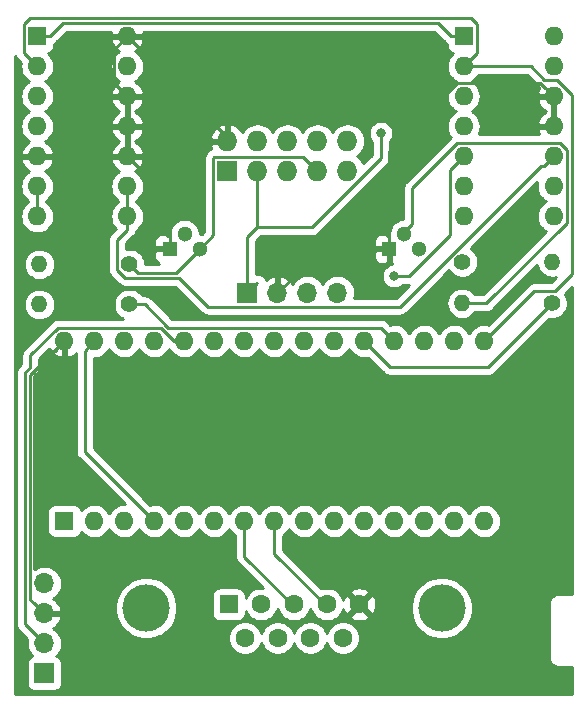
<source format=gbr>
G04 #@! TF.GenerationSoftware,KiCad,Pcbnew,(5.1.4)-1*
G04 #@! TF.CreationDate,2019-11-09T17:45:09+10:00*
G04 #@! TF.ProjectId,SegaControllerForApple2,53656761-436f-46e7-9472-6f6c6c657246,rev?*
G04 #@! TF.SameCoordinates,Original*
G04 #@! TF.FileFunction,Copper,L1,Top*
G04 #@! TF.FilePolarity,Positive*
%FSLAX46Y46*%
G04 Gerber Fmt 4.6, Leading zero omitted, Abs format (unit mm)*
G04 Created by KiCad (PCBNEW (5.1.4)-1) date 2019-11-09 17:45:09*
%MOMM*%
%LPD*%
G04 APERTURE LIST*
%ADD10O,1.600000X1.600000*%
%ADD11R,1.600000X1.600000*%
%ADD12O,1.700000X1.700000*%
%ADD13R,1.700000X1.700000*%
%ADD14O,1.400000X1.400000*%
%ADD15C,1.400000*%
%ADD16R,1.300000X1.300000*%
%ADD17C,1.300000*%
%ADD18C,4.000000*%
%ADD19C,1.600000*%
%ADD20O,1.727200X1.727200*%
%ADD21R,1.727200X1.727200*%
%ADD22C,0.800000*%
%ADD23C,0.250000*%
%ADD24C,0.254000*%
G04 APERTURE END LIST*
D10*
X116520000Y-36200000D03*
X108900000Y-51440000D03*
X116520000Y-38740000D03*
X108900000Y-48900000D03*
X116520000Y-41280000D03*
X108900000Y-46360000D03*
X116520000Y-43820000D03*
X108900000Y-43820000D03*
X116520000Y-46360000D03*
X108900000Y-41280000D03*
X116520000Y-48900000D03*
X108900000Y-38740000D03*
X116520000Y-51440000D03*
D11*
X108900000Y-36200000D03*
D10*
X152620000Y-36200000D03*
X145000000Y-51440000D03*
X152620000Y-38740000D03*
X145000000Y-48900000D03*
X152620000Y-41280000D03*
X145000000Y-46360000D03*
X152620000Y-43820000D03*
X145000000Y-43820000D03*
X152620000Y-46360000D03*
X145000000Y-41280000D03*
X152620000Y-48900000D03*
X145000000Y-38740000D03*
X152620000Y-51440000D03*
D11*
X145000000Y-36200000D03*
D12*
X109500000Y-82520000D03*
X109500000Y-85060000D03*
X109500000Y-87600000D03*
D13*
X109500000Y-90140000D03*
D14*
X152520000Y-55300000D03*
D15*
X144900000Y-55300000D03*
D14*
X109080000Y-55500000D03*
D15*
X116700000Y-55500000D03*
D16*
X120100000Y-54200000D03*
D17*
X122640000Y-54200000D03*
X121370000Y-52930000D03*
D18*
X143140000Y-84600000D03*
X118140000Y-84600000D03*
D19*
X134795000Y-87140000D03*
X132025000Y-87140000D03*
X129255000Y-87140000D03*
X126485000Y-87140000D03*
X136180000Y-84300000D03*
X133410000Y-84300000D03*
X130640000Y-84300000D03*
X127870000Y-84300000D03*
D11*
X125100000Y-84300000D03*
D20*
X135160000Y-45060000D03*
X135160000Y-47600000D03*
X132620000Y-45060000D03*
X132620000Y-47600000D03*
X130080000Y-45060000D03*
X130080000Y-47600000D03*
X127540000Y-45060000D03*
X127540000Y-47600000D03*
X125000000Y-45060000D03*
D21*
X125000000Y-47600000D03*
D14*
X144880000Y-58800000D03*
D15*
X152500000Y-58800000D03*
D14*
X109080000Y-58900000D03*
D15*
X116700000Y-58900000D03*
D10*
X146750000Y-62000000D03*
X146750000Y-77240000D03*
X111190000Y-62000000D03*
X144210000Y-77240000D03*
X113730000Y-62000000D03*
X141670000Y-77240000D03*
X116270000Y-62000000D03*
X139130000Y-77240000D03*
X118810000Y-62000000D03*
X136590000Y-77240000D03*
X121350000Y-62000000D03*
X134050000Y-77240000D03*
X123890000Y-62000000D03*
X131510000Y-77240000D03*
X126430000Y-62000000D03*
X128970000Y-77240000D03*
X128970000Y-62000000D03*
X126430000Y-77240000D03*
X131510000Y-62000000D03*
X123890000Y-77240000D03*
X134050000Y-62000000D03*
X121350000Y-77240000D03*
X136590000Y-62000000D03*
X118810000Y-77240000D03*
X139130000Y-62000000D03*
X116270000Y-77240000D03*
X141670000Y-62000000D03*
X113730000Y-77240000D03*
X144210000Y-62000000D03*
D11*
X111190000Y-77240000D03*
D16*
X138700000Y-54200000D03*
D17*
X141240000Y-54200000D03*
X139970000Y-52930000D03*
D12*
X134320000Y-57900000D03*
X131780000Y-57900000D03*
X129240000Y-57900000D03*
D13*
X126700000Y-57900000D03*
D22*
X138000000Y-44400000D03*
X139100000Y-56500000D03*
D23*
X146125001Y-37614999D02*
X145799999Y-37940001D01*
X145609991Y-34624989D02*
X146125001Y-35139999D01*
X146125001Y-35139999D02*
X146125001Y-37614999D01*
X108290009Y-34624989D02*
X145609991Y-34624989D01*
X145799999Y-37940001D02*
X145000000Y-38740000D01*
X107774999Y-35139999D02*
X108290009Y-34624989D01*
X107774999Y-37614999D02*
X107774999Y-35139999D01*
X108900000Y-38740000D02*
X107774999Y-37614999D01*
X146131370Y-38740000D02*
X145000000Y-38740000D01*
X150716410Y-38740000D02*
X146131370Y-38740000D01*
X151841411Y-39865001D02*
X150716410Y-38740000D01*
X152870003Y-39865001D02*
X151841411Y-39865001D01*
X154195011Y-41190009D02*
X152870003Y-39865001D01*
X154195011Y-56304989D02*
X154195011Y-41190009D01*
X152725001Y-57774999D02*
X154195011Y-56304989D01*
X150975001Y-57774999D02*
X152725001Y-57774999D01*
X146750000Y-62000000D02*
X150975001Y-57774999D01*
X143950000Y-36200000D02*
X145000000Y-36200000D01*
X142824999Y-35074999D02*
X143950000Y-36200000D01*
X111075001Y-35074999D02*
X142824999Y-35074999D01*
X109950000Y-36200000D02*
X111075001Y-35074999D01*
X108900000Y-36200000D02*
X109950000Y-36200000D01*
X128970000Y-80017000D02*
X133253000Y-84300000D01*
X128970000Y-77240000D02*
X128970000Y-80017000D01*
X126430000Y-80247000D02*
X130483000Y-84300000D01*
X126430000Y-77240000D02*
X126430000Y-80247000D01*
X145869949Y-58800000D02*
X144880000Y-58800000D01*
X146925002Y-58800000D02*
X145869949Y-58800000D01*
X153745001Y-51980001D02*
X146925002Y-58800000D01*
X153745001Y-45819999D02*
X153745001Y-51980001D01*
X153160001Y-45234999D02*
X153745001Y-45819999D01*
X144459999Y-45234999D02*
X153160001Y-45234999D01*
X140619999Y-49074999D02*
X144459999Y-45234999D01*
X140619999Y-52080001D02*
X140619999Y-49074999D01*
X139970000Y-52730000D02*
X140619999Y-52080001D01*
X118010001Y-76440001D02*
X118810000Y-77240000D01*
X112930001Y-71360001D02*
X118010001Y-76440001D01*
X112930001Y-62799999D02*
X112930001Y-71360001D01*
X113730000Y-62000000D02*
X112930001Y-62799999D01*
X127540000Y-57060000D02*
X126700000Y-57900000D01*
X132159130Y-52360000D02*
X127540000Y-52360000D01*
X138000000Y-46519130D02*
X132159130Y-52360000D01*
X138000000Y-44400000D02*
X138000000Y-46519130D01*
X127540000Y-47600000D02*
X127540000Y-52360000D01*
X126700000Y-53200000D02*
X126700000Y-57900000D01*
X127540000Y-52360000D02*
X126700000Y-53200000D01*
X111190000Y-61490000D02*
X111190000Y-62000000D01*
X115894999Y-44125001D02*
X116220001Y-43799999D01*
X110390001Y-62799999D02*
X111190000Y-62000000D01*
X125000000Y-44680000D02*
X125000000Y-45060000D01*
X116520000Y-36200000D02*
X125000000Y-44680000D01*
X115720001Y-40480001D02*
X116520000Y-41280000D01*
X115394999Y-40154999D02*
X115720001Y-40480001D01*
X115394999Y-37325001D02*
X115394999Y-40154999D01*
X116520000Y-36200000D02*
X115394999Y-37325001D01*
X116520000Y-42411370D02*
X116520000Y-43820000D01*
X116520000Y-41280000D02*
X116520000Y-42411370D01*
X116520000Y-43820000D02*
X116520000Y-46360000D01*
X120100000Y-49940000D02*
X120100000Y-54200000D01*
X116520000Y-46360000D02*
X120100000Y-49940000D01*
X133140000Y-54000000D02*
X138700000Y-54000000D01*
X129240000Y-57900000D02*
X133140000Y-54000000D01*
X151820001Y-40480001D02*
X152620000Y-41280000D01*
X151494999Y-40154999D02*
X151820001Y-40480001D01*
X144459999Y-40154999D02*
X151494999Y-40154999D01*
X138700000Y-45914998D02*
X144459999Y-40154999D01*
X138700000Y-54000000D02*
X138700000Y-45914998D01*
X152620000Y-42411370D02*
X152620000Y-43820000D01*
X152620000Y-41280000D02*
X152620000Y-42411370D01*
X108650001Y-84210001D02*
X109500000Y-85060000D01*
X108324999Y-83884999D02*
X108650001Y-84210001D01*
X108324999Y-64865001D02*
X108324999Y-83884999D01*
X111190000Y-62000000D02*
X108324999Y-64865001D01*
X131756401Y-46736401D02*
X132620000Y-47600000D01*
X131431399Y-46411399D02*
X131756401Y-46736401D01*
X123876399Y-46411399D02*
X131431399Y-46411399D01*
X123811399Y-46476399D02*
X123876399Y-46411399D01*
X123811399Y-53028601D02*
X123811399Y-46476399D01*
X122640000Y-54200000D02*
X123811399Y-53028601D01*
X121990001Y-54849999D02*
X122640000Y-54200000D01*
X120640001Y-56199999D02*
X121990001Y-54849999D01*
X117399999Y-56199999D02*
X120640001Y-56199999D01*
X116700000Y-55500000D02*
X117399999Y-56199999D01*
X136590000Y-62000000D02*
X136828588Y-62000000D01*
X137389999Y-62799999D02*
X136590000Y-62000000D01*
X138790000Y-64200000D02*
X137389999Y-62799999D01*
X147100000Y-64200000D02*
X138790000Y-64200000D01*
X152500000Y-58800000D02*
X147100000Y-64200000D01*
X110649999Y-60874999D02*
X108324999Y-63199999D01*
X119350001Y-60874999D02*
X110649999Y-60874999D01*
X120475002Y-62000000D02*
X119350001Y-60874999D01*
X121350000Y-62000000D02*
X120475002Y-62000000D01*
X108650001Y-86750001D02*
X109500000Y-87600000D01*
X107874989Y-85974989D02*
X108650001Y-86750001D01*
X107874989Y-64678601D02*
X107874989Y-85974989D01*
X108324999Y-64228591D02*
X107874989Y-64678601D01*
X108324999Y-63199999D02*
X108324999Y-64228591D01*
X138330001Y-61200001D02*
X139130000Y-62000000D01*
X138004999Y-60874999D02*
X138330001Y-61200001D01*
X119986411Y-60874999D02*
X138004999Y-60874999D01*
X118011412Y-58900000D02*
X119986411Y-60874999D01*
X116700000Y-58900000D02*
X118011412Y-58900000D01*
X108900000Y-50308630D02*
X108900000Y-48900000D01*
X108900000Y-51440000D02*
X108900000Y-50308630D01*
X144200001Y-47159999D02*
X145000000Y-46360000D01*
X143874999Y-47485001D02*
X144200001Y-47159999D01*
X143874999Y-53008003D02*
X143874999Y-47485001D01*
X140383002Y-56500000D02*
X143874999Y-53008003D01*
X139100000Y-56500000D02*
X140383002Y-56500000D01*
X116520000Y-52571370D02*
X116520000Y-51440000D01*
X116520000Y-50308630D02*
X116520000Y-48900000D01*
X116520000Y-51440000D02*
X116520000Y-50308630D01*
X120900007Y-56650009D02*
X123324999Y-59075001D01*
X116333007Y-56650009D02*
X120900007Y-56650009D01*
X115674999Y-55992001D02*
X116333007Y-56650009D01*
X115674999Y-53416371D02*
X115674999Y-55992001D01*
X116520000Y-52571370D02*
X115674999Y-53416371D01*
X137608001Y-59075001D02*
X123324999Y-59075001D01*
X151820001Y-47159999D02*
X152620000Y-46360000D01*
X151522999Y-47159999D02*
X151820001Y-47159999D01*
X139607997Y-59075001D02*
X151522999Y-47159999D01*
X137608001Y-59075001D02*
X139607997Y-59075001D01*
D24*
G36*
X115128096Y-35850961D02*
G01*
X115250085Y-36073000D01*
X116393000Y-36073000D01*
X116393000Y-36053000D01*
X116647000Y-36053000D01*
X116647000Y-36073000D01*
X117789915Y-36073000D01*
X117911904Y-35850961D01*
X117907063Y-35834999D01*
X142510198Y-35834999D01*
X143386201Y-36711003D01*
X143409999Y-36740001D01*
X143525724Y-36834974D01*
X143561928Y-36854326D01*
X143561928Y-37000000D01*
X143574188Y-37124482D01*
X143610498Y-37244180D01*
X143669463Y-37354494D01*
X143748815Y-37451185D01*
X143845506Y-37530537D01*
X143955820Y-37589502D01*
X144075518Y-37625812D01*
X144093482Y-37627581D01*
X143980392Y-37720392D01*
X143801068Y-37938899D01*
X143667818Y-38188192D01*
X143585764Y-38458691D01*
X143558057Y-38740000D01*
X143585764Y-39021309D01*
X143667818Y-39291808D01*
X143801068Y-39541101D01*
X143980392Y-39759608D01*
X144198899Y-39938932D01*
X144331858Y-40010000D01*
X144198899Y-40081068D01*
X143980392Y-40260392D01*
X143801068Y-40478899D01*
X143667818Y-40728192D01*
X143585764Y-40998691D01*
X143558057Y-41280000D01*
X143585764Y-41561309D01*
X143667818Y-41831808D01*
X143801068Y-42081101D01*
X143980392Y-42299608D01*
X144198899Y-42478932D01*
X144331858Y-42550000D01*
X144198899Y-42621068D01*
X143980392Y-42800392D01*
X143801068Y-43018899D01*
X143667818Y-43268192D01*
X143585764Y-43538691D01*
X143558057Y-43820000D01*
X143585764Y-44101309D01*
X143667818Y-44371808D01*
X143801068Y-44621101D01*
X143890330Y-44729867D01*
X140108997Y-48511200D01*
X140079999Y-48534998D01*
X140056201Y-48563996D01*
X140056200Y-48563997D01*
X139985025Y-48650723D01*
X139914453Y-48782753D01*
X139870997Y-48926014D01*
X139856323Y-49074999D01*
X139860000Y-49112331D01*
X139859999Y-51645000D01*
X139843439Y-51645000D01*
X139595179Y-51694381D01*
X139361324Y-51791247D01*
X139150860Y-51931875D01*
X138971875Y-52110860D01*
X138831247Y-52321324D01*
X138734381Y-52555179D01*
X138685000Y-52803439D01*
X138685000Y-52915000D01*
X138572998Y-52915000D01*
X138572998Y-53073748D01*
X138414250Y-52915000D01*
X138050000Y-52911928D01*
X137925518Y-52924188D01*
X137805820Y-52960498D01*
X137695506Y-53019463D01*
X137598815Y-53098815D01*
X137519463Y-53195506D01*
X137460498Y-53305820D01*
X137424188Y-53425518D01*
X137411928Y-53550000D01*
X137415000Y-53914250D01*
X137573750Y-54073000D01*
X138573000Y-54073000D01*
X138573000Y-54053000D01*
X138827000Y-54053000D01*
X138827000Y-54073000D01*
X138847000Y-54073000D01*
X138847000Y-54327000D01*
X138827000Y-54327000D01*
X138827000Y-55326250D01*
X138971111Y-55470361D01*
X138798102Y-55504774D01*
X138609744Y-55582795D01*
X138440226Y-55696063D01*
X138296063Y-55840226D01*
X138182795Y-56009744D01*
X138104774Y-56198102D01*
X138065000Y-56398061D01*
X138065000Y-56601939D01*
X138104774Y-56801898D01*
X138182795Y-56990256D01*
X138296063Y-57159774D01*
X138440226Y-57303937D01*
X138609744Y-57417205D01*
X138798102Y-57495226D01*
X138998061Y-57535000D01*
X139201939Y-57535000D01*
X139401898Y-57495226D01*
X139590256Y-57417205D01*
X139759774Y-57303937D01*
X139803711Y-57260000D01*
X140345680Y-57260000D01*
X140347971Y-57260226D01*
X139293196Y-58315001D01*
X135745931Y-58315001D01*
X135783513Y-58191111D01*
X135812185Y-57900000D01*
X135783513Y-57608889D01*
X135698599Y-57328966D01*
X135560706Y-57070986D01*
X135375134Y-56844866D01*
X135149014Y-56659294D01*
X134891034Y-56521401D01*
X134611111Y-56436487D01*
X134392950Y-56415000D01*
X134247050Y-56415000D01*
X134028889Y-56436487D01*
X133748966Y-56521401D01*
X133490986Y-56659294D01*
X133264866Y-56844866D01*
X133079294Y-57070986D01*
X133050000Y-57125791D01*
X133020706Y-57070986D01*
X132835134Y-56844866D01*
X132609014Y-56659294D01*
X132351034Y-56521401D01*
X132071111Y-56436487D01*
X131852950Y-56415000D01*
X131707050Y-56415000D01*
X131488889Y-56436487D01*
X131208966Y-56521401D01*
X130950986Y-56659294D01*
X130724866Y-56844866D01*
X130539294Y-57070986D01*
X130504799Y-57135523D01*
X130435178Y-57018645D01*
X130240269Y-56802412D01*
X130006920Y-56628359D01*
X129744099Y-56503175D01*
X129596890Y-56458524D01*
X129367000Y-56579845D01*
X129367000Y-57773000D01*
X129387000Y-57773000D01*
X129387000Y-58027000D01*
X129367000Y-58027000D01*
X129367000Y-58047000D01*
X129113000Y-58047000D01*
X129113000Y-58027000D01*
X129093000Y-58027000D01*
X129093000Y-57773000D01*
X129113000Y-57773000D01*
X129113000Y-56579845D01*
X128883110Y-56458524D01*
X128735901Y-56503175D01*
X128473080Y-56628359D01*
X128253046Y-56792481D01*
X128245545Y-56767754D01*
X128174973Y-56635725D01*
X128080000Y-56520000D01*
X127964275Y-56425027D01*
X127832246Y-56354455D01*
X127688985Y-56310998D01*
X127539999Y-56296324D01*
X127460000Y-56304203D01*
X127460000Y-54850000D01*
X137411928Y-54850000D01*
X137424188Y-54974482D01*
X137460498Y-55094180D01*
X137519463Y-55204494D01*
X137598815Y-55301185D01*
X137695506Y-55380537D01*
X137805820Y-55439502D01*
X137925518Y-55475812D01*
X138050000Y-55488072D01*
X138414250Y-55485000D01*
X138573000Y-55326250D01*
X138573000Y-54327000D01*
X137573750Y-54327000D01*
X137415000Y-54485750D01*
X137411928Y-54850000D01*
X127460000Y-54850000D01*
X127460000Y-53514802D01*
X127854802Y-53120000D01*
X132121808Y-53120000D01*
X132159130Y-53123676D01*
X132196452Y-53120000D01*
X132196463Y-53120000D01*
X132308116Y-53109003D01*
X132451377Y-53065546D01*
X132583406Y-52994974D01*
X132699131Y-52900001D01*
X132722934Y-52870997D01*
X138511003Y-47082929D01*
X138540001Y-47059131D01*
X138634974Y-46943406D01*
X138705546Y-46811377D01*
X138749003Y-46668116D01*
X138760000Y-46556463D01*
X138763677Y-46519130D01*
X138760000Y-46481797D01*
X138760000Y-45103711D01*
X138803937Y-45059774D01*
X138917205Y-44890256D01*
X138995226Y-44701898D01*
X139035000Y-44501939D01*
X139035000Y-44298061D01*
X138995226Y-44098102D01*
X138917205Y-43909744D01*
X138803937Y-43740226D01*
X138659774Y-43596063D01*
X138490256Y-43482795D01*
X138301898Y-43404774D01*
X138101939Y-43365000D01*
X137898061Y-43365000D01*
X137698102Y-43404774D01*
X137509744Y-43482795D01*
X137340226Y-43596063D01*
X137196063Y-43740226D01*
X137082795Y-43909744D01*
X137004774Y-44098102D01*
X136965000Y-44298061D01*
X136965000Y-44501939D01*
X137004774Y-44701898D01*
X137082795Y-44890256D01*
X137196063Y-45059774D01*
X137240000Y-45103711D01*
X137240001Y-46204327D01*
X136505722Y-46938606D01*
X136412069Y-46763394D01*
X136224797Y-46535203D01*
X135996606Y-46347931D01*
X135963060Y-46330000D01*
X135996606Y-46312069D01*
X136224797Y-46124797D01*
X136412069Y-45896606D01*
X136551225Y-45636264D01*
X136636916Y-45353777D01*
X136665851Y-45060000D01*
X136636916Y-44766223D01*
X136551225Y-44483736D01*
X136412069Y-44223394D01*
X136224797Y-43995203D01*
X135996606Y-43807931D01*
X135736264Y-43668775D01*
X135453777Y-43583084D01*
X135233619Y-43561400D01*
X135086381Y-43561400D01*
X134866223Y-43583084D01*
X134583736Y-43668775D01*
X134323394Y-43807931D01*
X134095203Y-43995203D01*
X133907931Y-44223394D01*
X133890000Y-44256940D01*
X133872069Y-44223394D01*
X133684797Y-43995203D01*
X133456606Y-43807931D01*
X133196264Y-43668775D01*
X132913777Y-43583084D01*
X132693619Y-43561400D01*
X132546381Y-43561400D01*
X132326223Y-43583084D01*
X132043736Y-43668775D01*
X131783394Y-43807931D01*
X131555203Y-43995203D01*
X131367931Y-44223394D01*
X131350000Y-44256940D01*
X131332069Y-44223394D01*
X131144797Y-43995203D01*
X130916606Y-43807931D01*
X130656264Y-43668775D01*
X130373777Y-43583084D01*
X130153619Y-43561400D01*
X130006381Y-43561400D01*
X129786223Y-43583084D01*
X129503736Y-43668775D01*
X129243394Y-43807931D01*
X129015203Y-43995203D01*
X128827931Y-44223394D01*
X128810000Y-44256940D01*
X128792069Y-44223394D01*
X128604797Y-43995203D01*
X128376606Y-43807931D01*
X128116264Y-43668775D01*
X127833777Y-43583084D01*
X127613619Y-43561400D01*
X127466381Y-43561400D01*
X127246223Y-43583084D01*
X126963736Y-43668775D01*
X126703394Y-43807931D01*
X126475203Y-43995203D01*
X126287931Y-44223394D01*
X126264137Y-44267910D01*
X126206817Y-44171512D01*
X126010293Y-43953146D01*
X125774944Y-43777316D01*
X125509814Y-43650778D01*
X125359026Y-43605042D01*
X125127000Y-43726183D01*
X125127000Y-44933000D01*
X125147000Y-44933000D01*
X125147000Y-45187000D01*
X125127000Y-45187000D01*
X125127000Y-45207000D01*
X124873000Y-45207000D01*
X124873000Y-45187000D01*
X123665536Y-45187000D01*
X123545037Y-45419027D01*
X123640484Y-45688765D01*
X123584152Y-45705853D01*
X123452123Y-45776425D01*
X123336398Y-45871398D01*
X123312595Y-45900402D01*
X123300397Y-45912600D01*
X123271399Y-45936398D01*
X123247601Y-45965396D01*
X123247600Y-45965397D01*
X123176425Y-46052123D01*
X123105853Y-46184153D01*
X123091036Y-46233000D01*
X123062397Y-46327413D01*
X123055857Y-46393817D01*
X123047723Y-46476399D01*
X123051400Y-46513731D01*
X123051399Y-52713799D01*
X122836322Y-52928876D01*
X122766561Y-52915000D01*
X122655000Y-52915000D01*
X122655000Y-52803439D01*
X122605619Y-52555179D01*
X122508753Y-52321324D01*
X122368125Y-52110860D01*
X122189140Y-51931875D01*
X121978676Y-51791247D01*
X121744821Y-51694381D01*
X121496561Y-51645000D01*
X121243439Y-51645000D01*
X120995179Y-51694381D01*
X120761324Y-51791247D01*
X120550860Y-51931875D01*
X120371875Y-52110860D01*
X120231247Y-52321324D01*
X120134381Y-52555179D01*
X120085000Y-52803439D01*
X120085000Y-52915000D01*
X119972998Y-52915000D01*
X119972998Y-53073748D01*
X119814250Y-52915000D01*
X119450000Y-52911928D01*
X119325518Y-52924188D01*
X119205820Y-52960498D01*
X119095506Y-53019463D01*
X118998815Y-53098815D01*
X118919463Y-53195506D01*
X118860498Y-53305820D01*
X118824188Y-53425518D01*
X118811928Y-53550000D01*
X118815000Y-53914250D01*
X118973750Y-54073000D01*
X119973000Y-54073000D01*
X119973000Y-54053000D01*
X120227000Y-54053000D01*
X120227000Y-54073000D01*
X120247000Y-54073000D01*
X120247000Y-54327000D01*
X120227000Y-54327000D01*
X120227000Y-54347000D01*
X119973000Y-54347000D01*
X119973000Y-54327000D01*
X118973750Y-54327000D01*
X118815000Y-54485750D01*
X118811928Y-54850000D01*
X118824188Y-54974482D01*
X118860498Y-55094180D01*
X118919463Y-55204494D01*
X118998815Y-55301185D01*
X119095506Y-55380537D01*
X119205820Y-55439502D01*
X119207458Y-55439999D01*
X118035000Y-55439999D01*
X118035000Y-55368514D01*
X117983696Y-55110595D01*
X117883061Y-54867641D01*
X117736962Y-54648987D01*
X117551013Y-54463038D01*
X117332359Y-54316939D01*
X117089405Y-54216304D01*
X116831486Y-54165000D01*
X116568514Y-54165000D01*
X116434999Y-54191558D01*
X116434999Y-53731172D01*
X117031004Y-53135168D01*
X117060001Y-53111371D01*
X117101137Y-53061247D01*
X117154974Y-52995647D01*
X117225546Y-52863617D01*
X117231594Y-52843678D01*
X117269003Y-52720356D01*
X117274573Y-52663802D01*
X117321101Y-52638932D01*
X117539608Y-52459608D01*
X117718932Y-52241101D01*
X117852182Y-51991808D01*
X117934236Y-51721309D01*
X117961943Y-51440000D01*
X117934236Y-51158691D01*
X117852182Y-50888192D01*
X117718932Y-50638899D01*
X117539608Y-50420392D01*
X117321101Y-50241068D01*
X117280000Y-50219099D01*
X117280000Y-50120901D01*
X117321101Y-50098932D01*
X117539608Y-49919608D01*
X117718932Y-49701101D01*
X117852182Y-49451808D01*
X117934236Y-49181309D01*
X117961943Y-48900000D01*
X117934236Y-48618691D01*
X117852182Y-48348192D01*
X117718932Y-48098899D01*
X117539608Y-47880392D01*
X117321101Y-47701068D01*
X117183318Y-47627421D01*
X117375131Y-47512385D01*
X117583519Y-47323414D01*
X117751037Y-47097420D01*
X117871246Y-46843087D01*
X117911904Y-46709039D01*
X117789915Y-46487000D01*
X116647000Y-46487000D01*
X116647000Y-46507000D01*
X116393000Y-46507000D01*
X116393000Y-46487000D01*
X115250085Y-46487000D01*
X115128096Y-46709039D01*
X115168754Y-46843087D01*
X115288963Y-47097420D01*
X115456481Y-47323414D01*
X115664869Y-47512385D01*
X115856682Y-47627421D01*
X115718899Y-47701068D01*
X115500392Y-47880392D01*
X115321068Y-48098899D01*
X115187818Y-48348192D01*
X115105764Y-48618691D01*
X115078057Y-48900000D01*
X115105764Y-49181309D01*
X115187818Y-49451808D01*
X115321068Y-49701101D01*
X115500392Y-49919608D01*
X115718899Y-50098932D01*
X115760000Y-50120901D01*
X115760000Y-50219099D01*
X115718899Y-50241068D01*
X115500392Y-50420392D01*
X115321068Y-50638899D01*
X115187818Y-50888192D01*
X115105764Y-51158691D01*
X115078057Y-51440000D01*
X115105764Y-51721309D01*
X115187818Y-51991808D01*
X115321068Y-52241101D01*
X115500392Y-52459608D01*
X115531462Y-52485107D01*
X115164001Y-52852568D01*
X115134998Y-52876370D01*
X115095755Y-52924188D01*
X115040025Y-52992095D01*
X114977536Y-53109003D01*
X114969453Y-53124125D01*
X114925996Y-53267386D01*
X114914999Y-53379039D01*
X114914999Y-53379049D01*
X114911323Y-53416371D01*
X114914999Y-53453694D01*
X114915000Y-55954669D01*
X114911323Y-55992001D01*
X114915000Y-56029334D01*
X114925997Y-56140987D01*
X114930552Y-56156004D01*
X114969453Y-56284247D01*
X115040025Y-56416277D01*
X115109575Y-56501023D01*
X115134999Y-56532002D01*
X115163997Y-56555800D01*
X115769207Y-57161011D01*
X115793006Y-57190010D01*
X115908731Y-57284983D01*
X116040760Y-57355555D01*
X116184021Y-57399012D01*
X116295674Y-57410009D01*
X116295684Y-57410009D01*
X116333007Y-57413685D01*
X116370330Y-57410009D01*
X120585206Y-57410009D01*
X122761200Y-59586004D01*
X122784998Y-59615002D01*
X122813996Y-59638800D01*
X122900723Y-59709975D01*
X123032752Y-59780547D01*
X123176013Y-59824004D01*
X123324999Y-59838678D01*
X123362332Y-59835001D01*
X139570675Y-59835001D01*
X139607997Y-59838677D01*
X139645319Y-59835001D01*
X139645330Y-59835001D01*
X139756983Y-59824004D01*
X139900244Y-59780547D01*
X140032273Y-59709975D01*
X140147998Y-59615002D01*
X140171801Y-59585998D01*
X143760398Y-55997401D01*
X143863038Y-56151013D01*
X144048987Y-56336962D01*
X144267641Y-56483061D01*
X144510595Y-56583696D01*
X144768514Y-56635000D01*
X145031486Y-56635000D01*
X145289405Y-56583696D01*
X145532359Y-56483061D01*
X145751013Y-56336962D01*
X145936962Y-56151013D01*
X146083061Y-55932359D01*
X146183696Y-55689405D01*
X146235000Y-55431486D01*
X146235000Y-55168514D01*
X146183696Y-54910595D01*
X146083061Y-54667641D01*
X145936962Y-54448987D01*
X145751013Y-54263038D01*
X145597401Y-54160399D01*
X151234787Y-48523014D01*
X151205764Y-48618691D01*
X151178057Y-48900000D01*
X151205764Y-49181309D01*
X151287818Y-49451808D01*
X151421068Y-49701101D01*
X151600392Y-49919608D01*
X151818899Y-50098932D01*
X151951858Y-50170000D01*
X151818899Y-50241068D01*
X151600392Y-50420392D01*
X151421068Y-50638899D01*
X151287818Y-50888192D01*
X151205764Y-51158691D01*
X151178057Y-51440000D01*
X151205764Y-51721309D01*
X151287818Y-51991808D01*
X151421068Y-52241101D01*
X151600392Y-52459608D01*
X151818899Y-52638932D01*
X151944261Y-52705939D01*
X146610201Y-58040000D01*
X145983298Y-58040000D01*
X145828555Y-57851445D01*
X145625275Y-57684618D01*
X145393354Y-57560653D01*
X145141706Y-57484317D01*
X144945579Y-57465000D01*
X144814421Y-57465000D01*
X144618294Y-57484317D01*
X144366646Y-57560653D01*
X144134725Y-57684618D01*
X143931445Y-57851445D01*
X143764618Y-58054725D01*
X143640653Y-58286646D01*
X143564317Y-58538294D01*
X143538541Y-58800000D01*
X143564317Y-59061706D01*
X143640653Y-59313354D01*
X143764618Y-59545275D01*
X143931445Y-59748555D01*
X144134725Y-59915382D01*
X144366646Y-60039347D01*
X144618294Y-60115683D01*
X144814421Y-60135000D01*
X144945579Y-60135000D01*
X145141706Y-60115683D01*
X145393354Y-60039347D01*
X145625275Y-59915382D01*
X145828555Y-59748555D01*
X145983298Y-59560000D01*
X146887680Y-59560000D01*
X146925002Y-59563676D01*
X146962324Y-59560000D01*
X146962335Y-59560000D01*
X147073988Y-59549003D01*
X147217249Y-59505546D01*
X147349278Y-59434974D01*
X147465003Y-59340001D01*
X147488806Y-59310997D01*
X151212179Y-55587624D01*
X151280653Y-55813354D01*
X151404618Y-56045275D01*
X151571445Y-56248555D01*
X151774725Y-56415382D01*
X152006646Y-56539347D01*
X152258294Y-56615683D01*
X152454421Y-56635000D01*
X152585579Y-56635000D01*
X152781706Y-56615683D01*
X152821625Y-56603574D01*
X152410200Y-57014999D01*
X151012326Y-57014999D01*
X150975001Y-57011323D01*
X150937676Y-57014999D01*
X150937668Y-57014999D01*
X150826015Y-57025996D01*
X150682754Y-57069453D01*
X150550725Y-57140025D01*
X150435000Y-57234998D01*
X150411202Y-57263996D01*
X147075906Y-60599292D01*
X147031309Y-60585764D01*
X146820492Y-60565000D01*
X146679508Y-60565000D01*
X146468691Y-60585764D01*
X146198192Y-60667818D01*
X145948899Y-60801068D01*
X145730392Y-60980392D01*
X145551068Y-61198899D01*
X145480000Y-61331858D01*
X145408932Y-61198899D01*
X145229608Y-60980392D01*
X145011101Y-60801068D01*
X144761808Y-60667818D01*
X144491309Y-60585764D01*
X144280492Y-60565000D01*
X144139508Y-60565000D01*
X143928691Y-60585764D01*
X143658192Y-60667818D01*
X143408899Y-60801068D01*
X143190392Y-60980392D01*
X143011068Y-61198899D01*
X142940000Y-61331858D01*
X142868932Y-61198899D01*
X142689608Y-60980392D01*
X142471101Y-60801068D01*
X142221808Y-60667818D01*
X141951309Y-60585764D01*
X141740492Y-60565000D01*
X141599508Y-60565000D01*
X141388691Y-60585764D01*
X141118192Y-60667818D01*
X140868899Y-60801068D01*
X140650392Y-60980392D01*
X140471068Y-61198899D01*
X140400000Y-61331858D01*
X140328932Y-61198899D01*
X140149608Y-60980392D01*
X139931101Y-60801068D01*
X139681808Y-60667818D01*
X139411309Y-60585764D01*
X139200492Y-60565000D01*
X139059508Y-60565000D01*
X138848691Y-60585764D01*
X138804093Y-60599292D01*
X138568803Y-60364002D01*
X138545000Y-60334998D01*
X138429275Y-60240025D01*
X138297246Y-60169453D01*
X138153985Y-60125996D01*
X138042332Y-60114999D01*
X138042321Y-60114999D01*
X138004999Y-60111323D01*
X137967677Y-60114999D01*
X120301213Y-60114999D01*
X118575216Y-58389003D01*
X118551413Y-58359999D01*
X118435688Y-58265026D01*
X118303659Y-58194454D01*
X118160398Y-58150997D01*
X118048745Y-58140000D01*
X118048734Y-58140000D01*
X118011412Y-58136324D01*
X117974090Y-58140000D01*
X117797775Y-58140000D01*
X117736962Y-58048987D01*
X117551013Y-57863038D01*
X117332359Y-57716939D01*
X117089405Y-57616304D01*
X116831486Y-57565000D01*
X116568514Y-57565000D01*
X116310595Y-57616304D01*
X116067641Y-57716939D01*
X115848987Y-57863038D01*
X115663038Y-58048987D01*
X115516939Y-58267641D01*
X115416304Y-58510595D01*
X115365000Y-58768514D01*
X115365000Y-59031486D01*
X115416304Y-59289405D01*
X115516939Y-59532359D01*
X115663038Y-59751013D01*
X115848987Y-59936962D01*
X116067641Y-60083061D01*
X116144746Y-60114999D01*
X110687332Y-60114999D01*
X110649999Y-60111322D01*
X110612666Y-60114999D01*
X110501013Y-60125996D01*
X110357752Y-60169453D01*
X110225723Y-60240025D01*
X110109998Y-60334998D01*
X110086200Y-60363996D01*
X107814002Y-62636195D01*
X107784998Y-62659998D01*
X107747619Y-62705545D01*
X107690025Y-62775723D01*
X107647580Y-62855131D01*
X107619453Y-62907753D01*
X107575996Y-63051014D01*
X107564999Y-63162667D01*
X107564999Y-63162677D01*
X107561323Y-63199999D01*
X107564999Y-63237322D01*
X107565000Y-63913789D01*
X107363992Y-64114797D01*
X107334988Y-64138600D01*
X107284600Y-64199999D01*
X107240015Y-64254325D01*
X107189418Y-64348985D01*
X107169443Y-64386355D01*
X107125986Y-64529616D01*
X107114989Y-64641269D01*
X107114989Y-64641279D01*
X107111313Y-64678601D01*
X107114989Y-64715923D01*
X107114990Y-85937656D01*
X107111313Y-85974989D01*
X107114990Y-86012322D01*
X107125987Y-86123975D01*
X107139169Y-86167431D01*
X107169443Y-86267235D01*
X107240015Y-86399265D01*
X107288017Y-86457755D01*
X107334989Y-86514990D01*
X107363986Y-86538788D01*
X108059203Y-87234006D01*
X108036487Y-87308889D01*
X108007815Y-87600000D01*
X108036487Y-87891111D01*
X108121401Y-88171034D01*
X108259294Y-88429014D01*
X108444866Y-88655134D01*
X108474687Y-88679607D01*
X108405820Y-88700498D01*
X108295506Y-88759463D01*
X108198815Y-88838815D01*
X108119463Y-88935506D01*
X108060498Y-89045820D01*
X108024188Y-89165518D01*
X108011928Y-89290000D01*
X108011928Y-90990000D01*
X108024188Y-91114482D01*
X108060498Y-91234180D01*
X108119463Y-91344494D01*
X108198815Y-91441185D01*
X108295506Y-91520537D01*
X108405820Y-91579502D01*
X108525518Y-91615812D01*
X108650000Y-91628072D01*
X110350000Y-91628072D01*
X110474482Y-91615812D01*
X110594180Y-91579502D01*
X110704494Y-91520537D01*
X110801185Y-91441185D01*
X110880537Y-91344494D01*
X110939502Y-91234180D01*
X110975812Y-91114482D01*
X110988072Y-90990000D01*
X110988072Y-89290000D01*
X110975812Y-89165518D01*
X110939502Y-89045820D01*
X110880537Y-88935506D01*
X110801185Y-88838815D01*
X110704494Y-88759463D01*
X110594180Y-88700498D01*
X110525313Y-88679607D01*
X110555134Y-88655134D01*
X110740706Y-88429014D01*
X110878599Y-88171034D01*
X110963513Y-87891111D01*
X110992185Y-87600000D01*
X110963513Y-87308889D01*
X110878599Y-87028966D01*
X110740706Y-86770986D01*
X110555134Y-86544866D01*
X110329014Y-86359294D01*
X110264477Y-86324799D01*
X110381355Y-86255178D01*
X110597588Y-86060269D01*
X110771641Y-85826920D01*
X110896825Y-85564099D01*
X110941476Y-85416890D01*
X110820155Y-85187000D01*
X109627000Y-85187000D01*
X109627000Y-85207000D01*
X109373000Y-85207000D01*
X109373000Y-85187000D01*
X109353000Y-85187000D01*
X109353000Y-84933000D01*
X109373000Y-84933000D01*
X109373000Y-84913000D01*
X109627000Y-84913000D01*
X109627000Y-84933000D01*
X110820155Y-84933000D01*
X110941476Y-84703110D01*
X110896825Y-84555901D01*
X110794216Y-84340475D01*
X115505000Y-84340475D01*
X115505000Y-84859525D01*
X115606261Y-85368601D01*
X115804893Y-85848141D01*
X116093262Y-86279715D01*
X116460285Y-86646738D01*
X116891859Y-86935107D01*
X117371399Y-87133739D01*
X117880475Y-87235000D01*
X118399525Y-87235000D01*
X118908601Y-87133739D01*
X119234698Y-86998665D01*
X125050000Y-86998665D01*
X125050000Y-87281335D01*
X125105147Y-87558574D01*
X125213320Y-87819727D01*
X125370363Y-88054759D01*
X125570241Y-88254637D01*
X125805273Y-88411680D01*
X126066426Y-88519853D01*
X126343665Y-88575000D01*
X126626335Y-88575000D01*
X126903574Y-88519853D01*
X127164727Y-88411680D01*
X127399759Y-88254637D01*
X127599637Y-88054759D01*
X127756680Y-87819727D01*
X127864853Y-87558574D01*
X127870000Y-87532699D01*
X127875147Y-87558574D01*
X127983320Y-87819727D01*
X128140363Y-88054759D01*
X128340241Y-88254637D01*
X128575273Y-88411680D01*
X128836426Y-88519853D01*
X129113665Y-88575000D01*
X129396335Y-88575000D01*
X129673574Y-88519853D01*
X129934727Y-88411680D01*
X130169759Y-88254637D01*
X130369637Y-88054759D01*
X130526680Y-87819727D01*
X130634853Y-87558574D01*
X130640000Y-87532699D01*
X130645147Y-87558574D01*
X130753320Y-87819727D01*
X130910363Y-88054759D01*
X131110241Y-88254637D01*
X131345273Y-88411680D01*
X131606426Y-88519853D01*
X131883665Y-88575000D01*
X132166335Y-88575000D01*
X132443574Y-88519853D01*
X132704727Y-88411680D01*
X132939759Y-88254637D01*
X133139637Y-88054759D01*
X133296680Y-87819727D01*
X133404853Y-87558574D01*
X133410000Y-87532699D01*
X133415147Y-87558574D01*
X133523320Y-87819727D01*
X133680363Y-88054759D01*
X133880241Y-88254637D01*
X134115273Y-88411680D01*
X134376426Y-88519853D01*
X134653665Y-88575000D01*
X134936335Y-88575000D01*
X135213574Y-88519853D01*
X135474727Y-88411680D01*
X135709759Y-88254637D01*
X135909637Y-88054759D01*
X136066680Y-87819727D01*
X136174853Y-87558574D01*
X136230000Y-87281335D01*
X136230000Y-86998665D01*
X136174853Y-86721426D01*
X136066680Y-86460273D01*
X135909637Y-86225241D01*
X135709759Y-86025363D01*
X135474727Y-85868320D01*
X135213574Y-85760147D01*
X134936335Y-85705000D01*
X134653665Y-85705000D01*
X134376426Y-85760147D01*
X134115273Y-85868320D01*
X133880241Y-86025363D01*
X133680363Y-86225241D01*
X133523320Y-86460273D01*
X133415147Y-86721426D01*
X133410000Y-86747301D01*
X133404853Y-86721426D01*
X133296680Y-86460273D01*
X133139637Y-86225241D01*
X132939759Y-86025363D01*
X132704727Y-85868320D01*
X132443574Y-85760147D01*
X132166335Y-85705000D01*
X131883665Y-85705000D01*
X131606426Y-85760147D01*
X131345273Y-85868320D01*
X131110241Y-86025363D01*
X130910363Y-86225241D01*
X130753320Y-86460273D01*
X130645147Y-86721426D01*
X130640000Y-86747301D01*
X130634853Y-86721426D01*
X130526680Y-86460273D01*
X130369637Y-86225241D01*
X130169759Y-86025363D01*
X129934727Y-85868320D01*
X129673574Y-85760147D01*
X129396335Y-85705000D01*
X129113665Y-85705000D01*
X128836426Y-85760147D01*
X128575273Y-85868320D01*
X128340241Y-86025363D01*
X128140363Y-86225241D01*
X127983320Y-86460273D01*
X127875147Y-86721426D01*
X127870000Y-86747301D01*
X127864853Y-86721426D01*
X127756680Y-86460273D01*
X127599637Y-86225241D01*
X127399759Y-86025363D01*
X127164727Y-85868320D01*
X126903574Y-85760147D01*
X126626335Y-85705000D01*
X126343665Y-85705000D01*
X126066426Y-85760147D01*
X125805273Y-85868320D01*
X125570241Y-86025363D01*
X125370363Y-86225241D01*
X125213320Y-86460273D01*
X125105147Y-86721426D01*
X125050000Y-86998665D01*
X119234698Y-86998665D01*
X119388141Y-86935107D01*
X119819715Y-86646738D01*
X120186738Y-86279715D01*
X120475107Y-85848141D01*
X120673739Y-85368601D01*
X120775000Y-84859525D01*
X120775000Y-84340475D01*
X120673739Y-83831399D01*
X120475107Y-83351859D01*
X120186738Y-82920285D01*
X119819715Y-82553262D01*
X119388141Y-82264893D01*
X118908601Y-82066261D01*
X118399525Y-81965000D01*
X117880475Y-81965000D01*
X117371399Y-82066261D01*
X116891859Y-82264893D01*
X116460285Y-82553262D01*
X116093262Y-82920285D01*
X115804893Y-83351859D01*
X115606261Y-83831399D01*
X115505000Y-84340475D01*
X110794216Y-84340475D01*
X110771641Y-84293080D01*
X110597588Y-84059731D01*
X110381355Y-83864822D01*
X110264477Y-83795201D01*
X110329014Y-83760706D01*
X110555134Y-83575134D01*
X110740706Y-83349014D01*
X110878599Y-83091034D01*
X110963513Y-82811111D01*
X110992185Y-82520000D01*
X110963513Y-82228889D01*
X110878599Y-81948966D01*
X110740706Y-81690986D01*
X110555134Y-81464866D01*
X110329014Y-81279294D01*
X110071034Y-81141401D01*
X109791111Y-81056487D01*
X109572950Y-81035000D01*
X109427050Y-81035000D01*
X109208889Y-81056487D01*
X108928966Y-81141401D01*
X108670986Y-81279294D01*
X108634989Y-81308836D01*
X108634989Y-64993402D01*
X108835996Y-64792395D01*
X108865000Y-64768592D01*
X108959973Y-64652867D01*
X109030545Y-64520838D01*
X109074002Y-64377577D01*
X109084999Y-64265924D01*
X109084999Y-64265915D01*
X109088675Y-64228592D01*
X109084999Y-64191269D01*
X109084999Y-63514800D01*
X109927791Y-62672009D01*
X110037615Y-62855131D01*
X110226586Y-63063519D01*
X110452580Y-63231037D01*
X110706913Y-63351246D01*
X110840961Y-63391904D01*
X111063000Y-63269915D01*
X111063000Y-62127000D01*
X111043000Y-62127000D01*
X111043000Y-61873000D01*
X111063000Y-61873000D01*
X111063000Y-61853000D01*
X111317000Y-61853000D01*
X111317000Y-61873000D01*
X111337000Y-61873000D01*
X111337000Y-62127000D01*
X111317000Y-62127000D01*
X111317000Y-63269915D01*
X111539039Y-63391904D01*
X111673087Y-63351246D01*
X111927420Y-63231037D01*
X112153414Y-63063519D01*
X112170001Y-63045228D01*
X112170002Y-71322669D01*
X112166325Y-71360001D01*
X112180999Y-71508986D01*
X112224455Y-71652247D01*
X112295027Y-71784277D01*
X112366202Y-71871003D01*
X112390001Y-71900002D01*
X112418999Y-71923800D01*
X116300198Y-75805000D01*
X116199508Y-75805000D01*
X115988691Y-75825764D01*
X115718192Y-75907818D01*
X115468899Y-76041068D01*
X115250392Y-76220392D01*
X115071068Y-76438899D01*
X115000000Y-76571858D01*
X114928932Y-76438899D01*
X114749608Y-76220392D01*
X114531101Y-76041068D01*
X114281808Y-75907818D01*
X114011309Y-75825764D01*
X113800492Y-75805000D01*
X113659508Y-75805000D01*
X113448691Y-75825764D01*
X113178192Y-75907818D01*
X112928899Y-76041068D01*
X112710392Y-76220392D01*
X112617581Y-76333482D01*
X112615812Y-76315518D01*
X112579502Y-76195820D01*
X112520537Y-76085506D01*
X112441185Y-75988815D01*
X112344494Y-75909463D01*
X112234180Y-75850498D01*
X112114482Y-75814188D01*
X111990000Y-75801928D01*
X110390000Y-75801928D01*
X110265518Y-75814188D01*
X110145820Y-75850498D01*
X110035506Y-75909463D01*
X109938815Y-75988815D01*
X109859463Y-76085506D01*
X109800498Y-76195820D01*
X109764188Y-76315518D01*
X109751928Y-76440000D01*
X109751928Y-78040000D01*
X109764188Y-78164482D01*
X109800498Y-78284180D01*
X109859463Y-78394494D01*
X109938815Y-78491185D01*
X110035506Y-78570537D01*
X110145820Y-78629502D01*
X110265518Y-78665812D01*
X110390000Y-78678072D01*
X111990000Y-78678072D01*
X112114482Y-78665812D01*
X112234180Y-78629502D01*
X112344494Y-78570537D01*
X112441185Y-78491185D01*
X112520537Y-78394494D01*
X112579502Y-78284180D01*
X112615812Y-78164482D01*
X112617581Y-78146518D01*
X112710392Y-78259608D01*
X112928899Y-78438932D01*
X113178192Y-78572182D01*
X113448691Y-78654236D01*
X113659508Y-78675000D01*
X113800492Y-78675000D01*
X114011309Y-78654236D01*
X114281808Y-78572182D01*
X114531101Y-78438932D01*
X114749608Y-78259608D01*
X114928932Y-78041101D01*
X115000000Y-77908142D01*
X115071068Y-78041101D01*
X115250392Y-78259608D01*
X115468899Y-78438932D01*
X115718192Y-78572182D01*
X115988691Y-78654236D01*
X116199508Y-78675000D01*
X116340492Y-78675000D01*
X116551309Y-78654236D01*
X116821808Y-78572182D01*
X117071101Y-78438932D01*
X117289608Y-78259608D01*
X117468932Y-78041101D01*
X117540000Y-77908142D01*
X117611068Y-78041101D01*
X117790392Y-78259608D01*
X118008899Y-78438932D01*
X118258192Y-78572182D01*
X118528691Y-78654236D01*
X118739508Y-78675000D01*
X118880492Y-78675000D01*
X119091309Y-78654236D01*
X119361808Y-78572182D01*
X119611101Y-78438932D01*
X119829608Y-78259608D01*
X120008932Y-78041101D01*
X120080000Y-77908142D01*
X120151068Y-78041101D01*
X120330392Y-78259608D01*
X120548899Y-78438932D01*
X120798192Y-78572182D01*
X121068691Y-78654236D01*
X121279508Y-78675000D01*
X121420492Y-78675000D01*
X121631309Y-78654236D01*
X121901808Y-78572182D01*
X122151101Y-78438932D01*
X122369608Y-78259608D01*
X122548932Y-78041101D01*
X122620000Y-77908142D01*
X122691068Y-78041101D01*
X122870392Y-78259608D01*
X123088899Y-78438932D01*
X123338192Y-78572182D01*
X123608691Y-78654236D01*
X123819508Y-78675000D01*
X123960492Y-78675000D01*
X124171309Y-78654236D01*
X124441808Y-78572182D01*
X124691101Y-78438932D01*
X124909608Y-78259608D01*
X125088932Y-78041101D01*
X125160000Y-77908142D01*
X125231068Y-78041101D01*
X125410392Y-78259608D01*
X125628899Y-78438932D01*
X125670000Y-78460901D01*
X125670001Y-80209668D01*
X125666324Y-80247000D01*
X125680998Y-80395985D01*
X125724454Y-80539246D01*
X125795026Y-80671276D01*
X125837103Y-80722546D01*
X125890000Y-80787001D01*
X125918998Y-80810799D01*
X127973198Y-82865000D01*
X127728665Y-82865000D01*
X127451426Y-82920147D01*
X127190273Y-83028320D01*
X126955241Y-83185363D01*
X126755363Y-83385241D01*
X126598320Y-83620273D01*
X126538072Y-83765725D01*
X126538072Y-83500000D01*
X126525812Y-83375518D01*
X126489502Y-83255820D01*
X126430537Y-83145506D01*
X126351185Y-83048815D01*
X126254494Y-82969463D01*
X126144180Y-82910498D01*
X126024482Y-82874188D01*
X125900000Y-82861928D01*
X124300000Y-82861928D01*
X124175518Y-82874188D01*
X124055820Y-82910498D01*
X123945506Y-82969463D01*
X123848815Y-83048815D01*
X123769463Y-83145506D01*
X123710498Y-83255820D01*
X123674188Y-83375518D01*
X123661928Y-83500000D01*
X123661928Y-85100000D01*
X123674188Y-85224482D01*
X123710498Y-85344180D01*
X123769463Y-85454494D01*
X123848815Y-85551185D01*
X123945506Y-85630537D01*
X124055820Y-85689502D01*
X124175518Y-85725812D01*
X124300000Y-85738072D01*
X125900000Y-85738072D01*
X126024482Y-85725812D01*
X126144180Y-85689502D01*
X126254494Y-85630537D01*
X126351185Y-85551185D01*
X126430537Y-85454494D01*
X126489502Y-85344180D01*
X126525812Y-85224482D01*
X126538072Y-85100000D01*
X126538072Y-84834275D01*
X126598320Y-84979727D01*
X126755363Y-85214759D01*
X126955241Y-85414637D01*
X127190273Y-85571680D01*
X127451426Y-85679853D01*
X127728665Y-85735000D01*
X128011335Y-85735000D01*
X128288574Y-85679853D01*
X128549727Y-85571680D01*
X128784759Y-85414637D01*
X128984637Y-85214759D01*
X129141680Y-84979727D01*
X129249853Y-84718574D01*
X129255000Y-84692699D01*
X129260147Y-84718574D01*
X129368320Y-84979727D01*
X129525363Y-85214759D01*
X129725241Y-85414637D01*
X129960273Y-85571680D01*
X130221426Y-85679853D01*
X130498665Y-85735000D01*
X130781335Y-85735000D01*
X131058574Y-85679853D01*
X131319727Y-85571680D01*
X131554759Y-85414637D01*
X131754637Y-85214759D01*
X131911680Y-84979727D01*
X132019853Y-84718574D01*
X132025000Y-84692699D01*
X132030147Y-84718574D01*
X132138320Y-84979727D01*
X132295363Y-85214759D01*
X132495241Y-85414637D01*
X132730273Y-85571680D01*
X132991426Y-85679853D01*
X133268665Y-85735000D01*
X133551335Y-85735000D01*
X133828574Y-85679853D01*
X134089727Y-85571680D01*
X134324759Y-85414637D01*
X134446694Y-85292702D01*
X135366903Y-85292702D01*
X135438486Y-85536671D01*
X135693996Y-85657571D01*
X135968184Y-85726300D01*
X136250512Y-85740217D01*
X136530130Y-85698787D01*
X136796292Y-85603603D01*
X136921514Y-85536671D01*
X136993097Y-85292702D01*
X136180000Y-84479605D01*
X135366903Y-85292702D01*
X134446694Y-85292702D01*
X134524637Y-85214759D01*
X134681680Y-84979727D01*
X134789853Y-84718574D01*
X134795513Y-84690118D01*
X134876397Y-84916292D01*
X134943329Y-85041514D01*
X135187298Y-85113097D01*
X136000395Y-84300000D01*
X136359605Y-84300000D01*
X137172702Y-85113097D01*
X137416671Y-85041514D01*
X137537571Y-84786004D01*
X137606300Y-84511816D01*
X137614746Y-84340475D01*
X140505000Y-84340475D01*
X140505000Y-84859525D01*
X140606261Y-85368601D01*
X140804893Y-85848141D01*
X141093262Y-86279715D01*
X141460285Y-86646738D01*
X141891859Y-86935107D01*
X142371399Y-87133739D01*
X142880475Y-87235000D01*
X143399525Y-87235000D01*
X143908601Y-87133739D01*
X144388141Y-86935107D01*
X144819715Y-86646738D01*
X145186738Y-86279715D01*
X145475107Y-85848141D01*
X145673739Y-85368601D01*
X145775000Y-84859525D01*
X145775000Y-84340475D01*
X145673739Y-83831399D01*
X145475107Y-83351859D01*
X145186738Y-82920285D01*
X144819715Y-82553262D01*
X144388141Y-82264893D01*
X143908601Y-82066261D01*
X143399525Y-81965000D01*
X142880475Y-81965000D01*
X142371399Y-82066261D01*
X141891859Y-82264893D01*
X141460285Y-82553262D01*
X141093262Y-82920285D01*
X140804893Y-83351859D01*
X140606261Y-83831399D01*
X140505000Y-84340475D01*
X137614746Y-84340475D01*
X137620217Y-84229488D01*
X137578787Y-83949870D01*
X137483603Y-83683708D01*
X137416671Y-83558486D01*
X137172702Y-83486903D01*
X136359605Y-84300000D01*
X136000395Y-84300000D01*
X135187298Y-83486903D01*
X134943329Y-83558486D01*
X134822429Y-83813996D01*
X134796788Y-83916289D01*
X134789853Y-83881426D01*
X134681680Y-83620273D01*
X134524637Y-83385241D01*
X134446694Y-83307298D01*
X135366903Y-83307298D01*
X136180000Y-84120395D01*
X136993097Y-83307298D01*
X136921514Y-83063329D01*
X136666004Y-82942429D01*
X136391816Y-82873700D01*
X136109488Y-82859783D01*
X135829870Y-82901213D01*
X135563708Y-82996397D01*
X135438486Y-83063329D01*
X135366903Y-83307298D01*
X134446694Y-83307298D01*
X134324759Y-83185363D01*
X134089727Y-83028320D01*
X133828574Y-82920147D01*
X133551335Y-82865000D01*
X133268665Y-82865000D01*
X132991426Y-82920147D01*
X132960683Y-82932881D01*
X129730000Y-79702199D01*
X129730000Y-78460901D01*
X129771101Y-78438932D01*
X129989608Y-78259608D01*
X130168932Y-78041101D01*
X130240000Y-77908142D01*
X130311068Y-78041101D01*
X130490392Y-78259608D01*
X130708899Y-78438932D01*
X130958192Y-78572182D01*
X131228691Y-78654236D01*
X131439508Y-78675000D01*
X131580492Y-78675000D01*
X131791309Y-78654236D01*
X132061808Y-78572182D01*
X132311101Y-78438932D01*
X132529608Y-78259608D01*
X132708932Y-78041101D01*
X132780000Y-77908142D01*
X132851068Y-78041101D01*
X133030392Y-78259608D01*
X133248899Y-78438932D01*
X133498192Y-78572182D01*
X133768691Y-78654236D01*
X133979508Y-78675000D01*
X134120492Y-78675000D01*
X134331309Y-78654236D01*
X134601808Y-78572182D01*
X134851101Y-78438932D01*
X135069608Y-78259608D01*
X135248932Y-78041101D01*
X135320000Y-77908142D01*
X135391068Y-78041101D01*
X135570392Y-78259608D01*
X135788899Y-78438932D01*
X136038192Y-78572182D01*
X136308691Y-78654236D01*
X136519508Y-78675000D01*
X136660492Y-78675000D01*
X136871309Y-78654236D01*
X137141808Y-78572182D01*
X137391101Y-78438932D01*
X137609608Y-78259608D01*
X137788932Y-78041101D01*
X137860000Y-77908142D01*
X137931068Y-78041101D01*
X138110392Y-78259608D01*
X138328899Y-78438932D01*
X138578192Y-78572182D01*
X138848691Y-78654236D01*
X139059508Y-78675000D01*
X139200492Y-78675000D01*
X139411309Y-78654236D01*
X139681808Y-78572182D01*
X139931101Y-78438932D01*
X140149608Y-78259608D01*
X140328932Y-78041101D01*
X140400000Y-77908142D01*
X140471068Y-78041101D01*
X140650392Y-78259608D01*
X140868899Y-78438932D01*
X141118192Y-78572182D01*
X141388691Y-78654236D01*
X141599508Y-78675000D01*
X141740492Y-78675000D01*
X141951309Y-78654236D01*
X142221808Y-78572182D01*
X142471101Y-78438932D01*
X142689608Y-78259608D01*
X142868932Y-78041101D01*
X142940000Y-77908142D01*
X143011068Y-78041101D01*
X143190392Y-78259608D01*
X143408899Y-78438932D01*
X143658192Y-78572182D01*
X143928691Y-78654236D01*
X144139508Y-78675000D01*
X144280492Y-78675000D01*
X144491309Y-78654236D01*
X144761808Y-78572182D01*
X145011101Y-78438932D01*
X145229608Y-78259608D01*
X145408932Y-78041101D01*
X145480000Y-77908142D01*
X145551068Y-78041101D01*
X145730392Y-78259608D01*
X145948899Y-78438932D01*
X146198192Y-78572182D01*
X146468691Y-78654236D01*
X146679508Y-78675000D01*
X146820492Y-78675000D01*
X147031309Y-78654236D01*
X147301808Y-78572182D01*
X147551101Y-78438932D01*
X147769608Y-78259608D01*
X147948932Y-78041101D01*
X148082182Y-77791808D01*
X148164236Y-77521309D01*
X148191943Y-77240000D01*
X148164236Y-76958691D01*
X148082182Y-76688192D01*
X147948932Y-76438899D01*
X147769608Y-76220392D01*
X147551101Y-76041068D01*
X147301808Y-75907818D01*
X147031309Y-75825764D01*
X146820492Y-75805000D01*
X146679508Y-75805000D01*
X146468691Y-75825764D01*
X146198192Y-75907818D01*
X145948899Y-76041068D01*
X145730392Y-76220392D01*
X145551068Y-76438899D01*
X145480000Y-76571858D01*
X145408932Y-76438899D01*
X145229608Y-76220392D01*
X145011101Y-76041068D01*
X144761808Y-75907818D01*
X144491309Y-75825764D01*
X144280492Y-75805000D01*
X144139508Y-75805000D01*
X143928691Y-75825764D01*
X143658192Y-75907818D01*
X143408899Y-76041068D01*
X143190392Y-76220392D01*
X143011068Y-76438899D01*
X142940000Y-76571858D01*
X142868932Y-76438899D01*
X142689608Y-76220392D01*
X142471101Y-76041068D01*
X142221808Y-75907818D01*
X141951309Y-75825764D01*
X141740492Y-75805000D01*
X141599508Y-75805000D01*
X141388691Y-75825764D01*
X141118192Y-75907818D01*
X140868899Y-76041068D01*
X140650392Y-76220392D01*
X140471068Y-76438899D01*
X140400000Y-76571858D01*
X140328932Y-76438899D01*
X140149608Y-76220392D01*
X139931101Y-76041068D01*
X139681808Y-75907818D01*
X139411309Y-75825764D01*
X139200492Y-75805000D01*
X139059508Y-75805000D01*
X138848691Y-75825764D01*
X138578192Y-75907818D01*
X138328899Y-76041068D01*
X138110392Y-76220392D01*
X137931068Y-76438899D01*
X137860000Y-76571858D01*
X137788932Y-76438899D01*
X137609608Y-76220392D01*
X137391101Y-76041068D01*
X137141808Y-75907818D01*
X136871309Y-75825764D01*
X136660492Y-75805000D01*
X136519508Y-75805000D01*
X136308691Y-75825764D01*
X136038192Y-75907818D01*
X135788899Y-76041068D01*
X135570392Y-76220392D01*
X135391068Y-76438899D01*
X135320000Y-76571858D01*
X135248932Y-76438899D01*
X135069608Y-76220392D01*
X134851101Y-76041068D01*
X134601808Y-75907818D01*
X134331309Y-75825764D01*
X134120492Y-75805000D01*
X133979508Y-75805000D01*
X133768691Y-75825764D01*
X133498192Y-75907818D01*
X133248899Y-76041068D01*
X133030392Y-76220392D01*
X132851068Y-76438899D01*
X132780000Y-76571858D01*
X132708932Y-76438899D01*
X132529608Y-76220392D01*
X132311101Y-76041068D01*
X132061808Y-75907818D01*
X131791309Y-75825764D01*
X131580492Y-75805000D01*
X131439508Y-75805000D01*
X131228691Y-75825764D01*
X130958192Y-75907818D01*
X130708899Y-76041068D01*
X130490392Y-76220392D01*
X130311068Y-76438899D01*
X130240000Y-76571858D01*
X130168932Y-76438899D01*
X129989608Y-76220392D01*
X129771101Y-76041068D01*
X129521808Y-75907818D01*
X129251309Y-75825764D01*
X129040492Y-75805000D01*
X128899508Y-75805000D01*
X128688691Y-75825764D01*
X128418192Y-75907818D01*
X128168899Y-76041068D01*
X127950392Y-76220392D01*
X127771068Y-76438899D01*
X127700000Y-76571858D01*
X127628932Y-76438899D01*
X127449608Y-76220392D01*
X127231101Y-76041068D01*
X126981808Y-75907818D01*
X126711309Y-75825764D01*
X126500492Y-75805000D01*
X126359508Y-75805000D01*
X126148691Y-75825764D01*
X125878192Y-75907818D01*
X125628899Y-76041068D01*
X125410392Y-76220392D01*
X125231068Y-76438899D01*
X125160000Y-76571858D01*
X125088932Y-76438899D01*
X124909608Y-76220392D01*
X124691101Y-76041068D01*
X124441808Y-75907818D01*
X124171309Y-75825764D01*
X123960492Y-75805000D01*
X123819508Y-75805000D01*
X123608691Y-75825764D01*
X123338192Y-75907818D01*
X123088899Y-76041068D01*
X122870392Y-76220392D01*
X122691068Y-76438899D01*
X122620000Y-76571858D01*
X122548932Y-76438899D01*
X122369608Y-76220392D01*
X122151101Y-76041068D01*
X121901808Y-75907818D01*
X121631309Y-75825764D01*
X121420492Y-75805000D01*
X121279508Y-75805000D01*
X121068691Y-75825764D01*
X120798192Y-75907818D01*
X120548899Y-76041068D01*
X120330392Y-76220392D01*
X120151068Y-76438899D01*
X120080000Y-76571858D01*
X120008932Y-76438899D01*
X119829608Y-76220392D01*
X119611101Y-76041068D01*
X119361808Y-75907818D01*
X119091309Y-75825764D01*
X118880492Y-75805000D01*
X118739508Y-75805000D01*
X118528691Y-75825764D01*
X118484094Y-75839292D01*
X113690001Y-71045200D01*
X113690001Y-63435000D01*
X113800492Y-63435000D01*
X114011309Y-63414236D01*
X114281808Y-63332182D01*
X114531101Y-63198932D01*
X114749608Y-63019608D01*
X114928932Y-62801101D01*
X115000000Y-62668142D01*
X115071068Y-62801101D01*
X115250392Y-63019608D01*
X115468899Y-63198932D01*
X115718192Y-63332182D01*
X115988691Y-63414236D01*
X116199508Y-63435000D01*
X116340492Y-63435000D01*
X116551309Y-63414236D01*
X116821808Y-63332182D01*
X117071101Y-63198932D01*
X117289608Y-63019608D01*
X117468932Y-62801101D01*
X117540000Y-62668142D01*
X117611068Y-62801101D01*
X117790392Y-63019608D01*
X118008899Y-63198932D01*
X118258192Y-63332182D01*
X118528691Y-63414236D01*
X118739508Y-63435000D01*
X118880492Y-63435000D01*
X119091309Y-63414236D01*
X119361808Y-63332182D01*
X119611101Y-63198932D01*
X119829608Y-63019608D01*
X120008932Y-62801101D01*
X120080000Y-62668142D01*
X120151068Y-62801101D01*
X120330392Y-63019608D01*
X120548899Y-63198932D01*
X120798192Y-63332182D01*
X121068691Y-63414236D01*
X121279508Y-63435000D01*
X121420492Y-63435000D01*
X121631309Y-63414236D01*
X121901808Y-63332182D01*
X122151101Y-63198932D01*
X122369608Y-63019608D01*
X122548932Y-62801101D01*
X122620000Y-62668142D01*
X122691068Y-62801101D01*
X122870392Y-63019608D01*
X123088899Y-63198932D01*
X123338192Y-63332182D01*
X123608691Y-63414236D01*
X123819508Y-63435000D01*
X123960492Y-63435000D01*
X124171309Y-63414236D01*
X124441808Y-63332182D01*
X124691101Y-63198932D01*
X124909608Y-63019608D01*
X125088932Y-62801101D01*
X125160000Y-62668142D01*
X125231068Y-62801101D01*
X125410392Y-63019608D01*
X125628899Y-63198932D01*
X125878192Y-63332182D01*
X126148691Y-63414236D01*
X126359508Y-63435000D01*
X126500492Y-63435000D01*
X126711309Y-63414236D01*
X126981808Y-63332182D01*
X127231101Y-63198932D01*
X127449608Y-63019608D01*
X127628932Y-62801101D01*
X127700000Y-62668142D01*
X127771068Y-62801101D01*
X127950392Y-63019608D01*
X128168899Y-63198932D01*
X128418192Y-63332182D01*
X128688691Y-63414236D01*
X128899508Y-63435000D01*
X129040492Y-63435000D01*
X129251309Y-63414236D01*
X129521808Y-63332182D01*
X129771101Y-63198932D01*
X129989608Y-63019608D01*
X130168932Y-62801101D01*
X130240000Y-62668142D01*
X130311068Y-62801101D01*
X130490392Y-63019608D01*
X130708899Y-63198932D01*
X130958192Y-63332182D01*
X131228691Y-63414236D01*
X131439508Y-63435000D01*
X131580492Y-63435000D01*
X131791309Y-63414236D01*
X132061808Y-63332182D01*
X132311101Y-63198932D01*
X132529608Y-63019608D01*
X132708932Y-62801101D01*
X132780000Y-62668142D01*
X132851068Y-62801101D01*
X133030392Y-63019608D01*
X133248899Y-63198932D01*
X133498192Y-63332182D01*
X133768691Y-63414236D01*
X133979508Y-63435000D01*
X134120492Y-63435000D01*
X134331309Y-63414236D01*
X134601808Y-63332182D01*
X134851101Y-63198932D01*
X135069608Y-63019608D01*
X135248932Y-62801101D01*
X135320000Y-62668142D01*
X135391068Y-62801101D01*
X135570392Y-63019608D01*
X135788899Y-63198932D01*
X136038192Y-63332182D01*
X136308691Y-63414236D01*
X136519508Y-63435000D01*
X136660492Y-63435000D01*
X136871309Y-63414236D01*
X136915907Y-63400708D01*
X138226205Y-64711008D01*
X138249999Y-64740001D01*
X138278992Y-64763795D01*
X138278996Y-64763799D01*
X138349685Y-64821811D01*
X138365724Y-64834974D01*
X138497753Y-64905546D01*
X138641014Y-64949003D01*
X138752667Y-64960000D01*
X138752676Y-64960000D01*
X138789999Y-64963676D01*
X138827322Y-64960000D01*
X147062678Y-64960000D01*
X147100000Y-64963676D01*
X147137322Y-64960000D01*
X147137333Y-64960000D01*
X147248986Y-64949003D01*
X147392247Y-64905546D01*
X147524276Y-64834974D01*
X147640001Y-64740001D01*
X147663804Y-64710997D01*
X152261157Y-60113645D01*
X152368514Y-60135000D01*
X152631486Y-60135000D01*
X152889405Y-60083696D01*
X153132359Y-59983061D01*
X153351013Y-59836962D01*
X153536962Y-59651013D01*
X153683061Y-59432359D01*
X153783696Y-59189405D01*
X153835000Y-58931486D01*
X153835000Y-58668514D01*
X153783696Y-58410595D01*
X153683061Y-58167641D01*
X153572551Y-58002250D01*
X154140001Y-57434801D01*
X154140000Y-83440000D01*
X152932419Y-83440000D01*
X152900000Y-83436807D01*
X152867581Y-83440000D01*
X152770617Y-83449550D01*
X152646207Y-83487290D01*
X152531550Y-83548575D01*
X152431052Y-83631052D01*
X152348575Y-83731550D01*
X152287290Y-83846207D01*
X152249550Y-83970617D01*
X152236807Y-84100000D01*
X152240000Y-84132418D01*
X152240001Y-88867571D01*
X152236807Y-88900000D01*
X152249550Y-89029383D01*
X152287290Y-89153793D01*
X152348575Y-89268450D01*
X152431052Y-89368948D01*
X152531550Y-89451425D01*
X152646207Y-89512710D01*
X152770617Y-89550450D01*
X152867581Y-89560000D01*
X152900000Y-89563193D01*
X152932419Y-89560000D01*
X154140000Y-89560000D01*
X154140001Y-91840000D01*
X107060000Y-91840000D01*
X107060000Y-58900000D01*
X107738541Y-58900000D01*
X107764317Y-59161706D01*
X107840653Y-59413354D01*
X107964618Y-59645275D01*
X108131445Y-59848555D01*
X108334725Y-60015382D01*
X108566646Y-60139347D01*
X108818294Y-60215683D01*
X109014421Y-60235000D01*
X109145579Y-60235000D01*
X109341706Y-60215683D01*
X109593354Y-60139347D01*
X109825275Y-60015382D01*
X110028555Y-59848555D01*
X110195382Y-59645275D01*
X110319347Y-59413354D01*
X110395683Y-59161706D01*
X110421459Y-58900000D01*
X110395683Y-58638294D01*
X110319347Y-58386646D01*
X110195382Y-58154725D01*
X110028555Y-57951445D01*
X109825275Y-57784618D01*
X109593354Y-57660653D01*
X109341706Y-57584317D01*
X109145579Y-57565000D01*
X109014421Y-57565000D01*
X108818294Y-57584317D01*
X108566646Y-57660653D01*
X108334725Y-57784618D01*
X108131445Y-57951445D01*
X107964618Y-58154725D01*
X107840653Y-58386646D01*
X107764317Y-58638294D01*
X107738541Y-58900000D01*
X107060000Y-58900000D01*
X107060000Y-55500000D01*
X107738541Y-55500000D01*
X107764317Y-55761706D01*
X107840653Y-56013354D01*
X107964618Y-56245275D01*
X108131445Y-56448555D01*
X108334725Y-56615382D01*
X108566646Y-56739347D01*
X108818294Y-56815683D01*
X109014421Y-56835000D01*
X109145579Y-56835000D01*
X109341706Y-56815683D01*
X109593354Y-56739347D01*
X109825275Y-56615382D01*
X110028555Y-56448555D01*
X110195382Y-56245275D01*
X110319347Y-56013354D01*
X110395683Y-55761706D01*
X110421459Y-55500000D01*
X110395683Y-55238294D01*
X110319347Y-54986646D01*
X110195382Y-54754725D01*
X110028555Y-54551445D01*
X109825275Y-54384618D01*
X109593354Y-54260653D01*
X109341706Y-54184317D01*
X109145579Y-54165000D01*
X109014421Y-54165000D01*
X108818294Y-54184317D01*
X108566646Y-54260653D01*
X108334725Y-54384618D01*
X108131445Y-54551445D01*
X107964618Y-54754725D01*
X107840653Y-54986646D01*
X107764317Y-55238294D01*
X107738541Y-55500000D01*
X107060000Y-55500000D01*
X107060000Y-48900000D01*
X107458057Y-48900000D01*
X107485764Y-49181309D01*
X107567818Y-49451808D01*
X107701068Y-49701101D01*
X107880392Y-49919608D01*
X108098899Y-50098932D01*
X108140000Y-50120901D01*
X108140000Y-50219099D01*
X108098899Y-50241068D01*
X107880392Y-50420392D01*
X107701068Y-50638899D01*
X107567818Y-50888192D01*
X107485764Y-51158691D01*
X107458057Y-51440000D01*
X107485764Y-51721309D01*
X107567818Y-51991808D01*
X107701068Y-52241101D01*
X107880392Y-52459608D01*
X108098899Y-52638932D01*
X108348192Y-52772182D01*
X108618691Y-52854236D01*
X108829508Y-52875000D01*
X108970492Y-52875000D01*
X109181309Y-52854236D01*
X109451808Y-52772182D01*
X109701101Y-52638932D01*
X109919608Y-52459608D01*
X110098932Y-52241101D01*
X110232182Y-51991808D01*
X110314236Y-51721309D01*
X110341943Y-51440000D01*
X110314236Y-51158691D01*
X110232182Y-50888192D01*
X110098932Y-50638899D01*
X109919608Y-50420392D01*
X109701101Y-50241068D01*
X109660000Y-50219099D01*
X109660000Y-50120901D01*
X109701101Y-50098932D01*
X109919608Y-49919608D01*
X110098932Y-49701101D01*
X110232182Y-49451808D01*
X110314236Y-49181309D01*
X110341943Y-48900000D01*
X110314236Y-48618691D01*
X110232182Y-48348192D01*
X110098932Y-48098899D01*
X109919608Y-47880392D01*
X109701101Y-47701068D01*
X109563318Y-47627421D01*
X109755131Y-47512385D01*
X109963519Y-47323414D01*
X110131037Y-47097420D01*
X110251246Y-46843087D01*
X110291904Y-46709039D01*
X110169915Y-46487000D01*
X109027000Y-46487000D01*
X109027000Y-46507000D01*
X108773000Y-46507000D01*
X108773000Y-46487000D01*
X107630085Y-46487000D01*
X107508096Y-46709039D01*
X107548754Y-46843087D01*
X107668963Y-47097420D01*
X107836481Y-47323414D01*
X108044869Y-47512385D01*
X108236682Y-47627421D01*
X108098899Y-47701068D01*
X107880392Y-47880392D01*
X107701068Y-48098899D01*
X107567818Y-48348192D01*
X107485764Y-48618691D01*
X107458057Y-48900000D01*
X107060000Y-48900000D01*
X107060000Y-37876082D01*
X107069453Y-37907245D01*
X107140025Y-38039275D01*
X107179870Y-38087825D01*
X107234998Y-38155000D01*
X107264001Y-38178803D01*
X107499292Y-38414094D01*
X107485764Y-38458691D01*
X107458057Y-38740000D01*
X107485764Y-39021309D01*
X107567818Y-39291808D01*
X107701068Y-39541101D01*
X107880392Y-39759608D01*
X108098899Y-39938932D01*
X108231858Y-40010000D01*
X108098899Y-40081068D01*
X107880392Y-40260392D01*
X107701068Y-40478899D01*
X107567818Y-40728192D01*
X107485764Y-40998691D01*
X107458057Y-41280000D01*
X107485764Y-41561309D01*
X107567818Y-41831808D01*
X107701068Y-42081101D01*
X107880392Y-42299608D01*
X108098899Y-42478932D01*
X108231858Y-42550000D01*
X108098899Y-42621068D01*
X107880392Y-42800392D01*
X107701068Y-43018899D01*
X107567818Y-43268192D01*
X107485764Y-43538691D01*
X107458057Y-43820000D01*
X107485764Y-44101309D01*
X107567818Y-44371808D01*
X107701068Y-44621101D01*
X107880392Y-44839608D01*
X108098899Y-45018932D01*
X108236682Y-45092579D01*
X108044869Y-45207615D01*
X107836481Y-45396586D01*
X107668963Y-45622580D01*
X107548754Y-45876913D01*
X107508096Y-46010961D01*
X107630085Y-46233000D01*
X108773000Y-46233000D01*
X108773000Y-46213000D01*
X109027000Y-46213000D01*
X109027000Y-46233000D01*
X110169915Y-46233000D01*
X110291904Y-46010961D01*
X110251246Y-45876913D01*
X110131037Y-45622580D01*
X109963519Y-45396586D01*
X109755131Y-45207615D01*
X109563318Y-45092579D01*
X109701101Y-45018932D01*
X109919608Y-44839608D01*
X110098932Y-44621101D01*
X110232182Y-44371808D01*
X110293690Y-44169039D01*
X115128096Y-44169039D01*
X115168754Y-44303087D01*
X115288963Y-44557420D01*
X115456481Y-44783414D01*
X115664869Y-44972385D01*
X115860982Y-45090000D01*
X115664869Y-45207615D01*
X115456481Y-45396586D01*
X115288963Y-45622580D01*
X115168754Y-45876913D01*
X115128096Y-46010961D01*
X115250085Y-46233000D01*
X116393000Y-46233000D01*
X116393000Y-43947000D01*
X116647000Y-43947000D01*
X116647000Y-46233000D01*
X117789915Y-46233000D01*
X117911904Y-46010961D01*
X117871246Y-45876913D01*
X117751037Y-45622580D01*
X117583519Y-45396586D01*
X117375131Y-45207615D01*
X117179018Y-45090000D01*
X117375131Y-44972385D01*
X117583519Y-44783414D01*
X117644628Y-44700973D01*
X123545037Y-44700973D01*
X123665536Y-44933000D01*
X124873000Y-44933000D01*
X124873000Y-43726183D01*
X124640974Y-43605042D01*
X124490186Y-43650778D01*
X124225056Y-43777316D01*
X123989707Y-43953146D01*
X123793183Y-44171512D01*
X123643036Y-44424022D01*
X123545037Y-44700973D01*
X117644628Y-44700973D01*
X117751037Y-44557420D01*
X117871246Y-44303087D01*
X117911904Y-44169039D01*
X117789915Y-43947000D01*
X116647000Y-43947000D01*
X116393000Y-43947000D01*
X115250085Y-43947000D01*
X115128096Y-44169039D01*
X110293690Y-44169039D01*
X110314236Y-44101309D01*
X110341943Y-43820000D01*
X110314236Y-43538691D01*
X110232182Y-43268192D01*
X110098932Y-43018899D01*
X109919608Y-42800392D01*
X109701101Y-42621068D01*
X109568142Y-42550000D01*
X109701101Y-42478932D01*
X109919608Y-42299608D01*
X110098932Y-42081101D01*
X110232182Y-41831808D01*
X110293690Y-41629039D01*
X115128096Y-41629039D01*
X115168754Y-41763087D01*
X115288963Y-42017420D01*
X115456481Y-42243414D01*
X115664869Y-42432385D01*
X115860982Y-42550000D01*
X115664869Y-42667615D01*
X115456481Y-42856586D01*
X115288963Y-43082580D01*
X115168754Y-43336913D01*
X115128096Y-43470961D01*
X115250085Y-43693000D01*
X116393000Y-43693000D01*
X116393000Y-41407000D01*
X116647000Y-41407000D01*
X116647000Y-43693000D01*
X117789915Y-43693000D01*
X117911904Y-43470961D01*
X117871246Y-43336913D01*
X117751037Y-43082580D01*
X117583519Y-42856586D01*
X117375131Y-42667615D01*
X117179018Y-42550000D01*
X117375131Y-42432385D01*
X117583519Y-42243414D01*
X117751037Y-42017420D01*
X117871246Y-41763087D01*
X117911904Y-41629039D01*
X117789915Y-41407000D01*
X116647000Y-41407000D01*
X116393000Y-41407000D01*
X115250085Y-41407000D01*
X115128096Y-41629039D01*
X110293690Y-41629039D01*
X110314236Y-41561309D01*
X110341943Y-41280000D01*
X110314236Y-40998691D01*
X110232182Y-40728192D01*
X110098932Y-40478899D01*
X109919608Y-40260392D01*
X109701101Y-40081068D01*
X109568142Y-40010000D01*
X109701101Y-39938932D01*
X109919608Y-39759608D01*
X110098932Y-39541101D01*
X110232182Y-39291808D01*
X110314236Y-39021309D01*
X110341943Y-38740000D01*
X115078057Y-38740000D01*
X115105764Y-39021309D01*
X115187818Y-39291808D01*
X115321068Y-39541101D01*
X115500392Y-39759608D01*
X115718899Y-39938932D01*
X115856682Y-40012579D01*
X115664869Y-40127615D01*
X115456481Y-40316586D01*
X115288963Y-40542580D01*
X115168754Y-40796913D01*
X115128096Y-40930961D01*
X115250085Y-41153000D01*
X116393000Y-41153000D01*
X116393000Y-41133000D01*
X116647000Y-41133000D01*
X116647000Y-41153000D01*
X117789915Y-41153000D01*
X117911904Y-40930961D01*
X117871246Y-40796913D01*
X117751037Y-40542580D01*
X117583519Y-40316586D01*
X117375131Y-40127615D01*
X117183318Y-40012579D01*
X117321101Y-39938932D01*
X117539608Y-39759608D01*
X117718932Y-39541101D01*
X117852182Y-39291808D01*
X117934236Y-39021309D01*
X117961943Y-38740000D01*
X117934236Y-38458691D01*
X117852182Y-38188192D01*
X117718932Y-37938899D01*
X117539608Y-37720392D01*
X117321101Y-37541068D01*
X117183318Y-37467421D01*
X117375131Y-37352385D01*
X117583519Y-37163414D01*
X117751037Y-36937420D01*
X117871246Y-36683087D01*
X117911904Y-36549039D01*
X117789915Y-36327000D01*
X116647000Y-36327000D01*
X116647000Y-36347000D01*
X116393000Y-36347000D01*
X116393000Y-36327000D01*
X115250085Y-36327000D01*
X115128096Y-36549039D01*
X115168754Y-36683087D01*
X115288963Y-36937420D01*
X115456481Y-37163414D01*
X115664869Y-37352385D01*
X115856682Y-37467421D01*
X115718899Y-37541068D01*
X115500392Y-37720392D01*
X115321068Y-37938899D01*
X115187818Y-38188192D01*
X115105764Y-38458691D01*
X115078057Y-38740000D01*
X110341943Y-38740000D01*
X110314236Y-38458691D01*
X110232182Y-38188192D01*
X110098932Y-37938899D01*
X109919608Y-37720392D01*
X109806518Y-37627581D01*
X109824482Y-37625812D01*
X109944180Y-37589502D01*
X110054494Y-37530537D01*
X110151185Y-37451185D01*
X110230537Y-37354494D01*
X110289502Y-37244180D01*
X110325812Y-37124482D01*
X110338072Y-37000000D01*
X110338072Y-36854326D01*
X110374276Y-36834974D01*
X110490001Y-36740001D01*
X110513804Y-36710998D01*
X111389803Y-35834999D01*
X115132937Y-35834999D01*
X115128096Y-35850961D01*
X115128096Y-35850961D01*
G37*
X115128096Y-35850961D02*
X115250085Y-36073000D01*
X116393000Y-36073000D01*
X116393000Y-36053000D01*
X116647000Y-36053000D01*
X116647000Y-36073000D01*
X117789915Y-36073000D01*
X117911904Y-35850961D01*
X117907063Y-35834999D01*
X142510198Y-35834999D01*
X143386201Y-36711003D01*
X143409999Y-36740001D01*
X143525724Y-36834974D01*
X143561928Y-36854326D01*
X143561928Y-37000000D01*
X143574188Y-37124482D01*
X143610498Y-37244180D01*
X143669463Y-37354494D01*
X143748815Y-37451185D01*
X143845506Y-37530537D01*
X143955820Y-37589502D01*
X144075518Y-37625812D01*
X144093482Y-37627581D01*
X143980392Y-37720392D01*
X143801068Y-37938899D01*
X143667818Y-38188192D01*
X143585764Y-38458691D01*
X143558057Y-38740000D01*
X143585764Y-39021309D01*
X143667818Y-39291808D01*
X143801068Y-39541101D01*
X143980392Y-39759608D01*
X144198899Y-39938932D01*
X144331858Y-40010000D01*
X144198899Y-40081068D01*
X143980392Y-40260392D01*
X143801068Y-40478899D01*
X143667818Y-40728192D01*
X143585764Y-40998691D01*
X143558057Y-41280000D01*
X143585764Y-41561309D01*
X143667818Y-41831808D01*
X143801068Y-42081101D01*
X143980392Y-42299608D01*
X144198899Y-42478932D01*
X144331858Y-42550000D01*
X144198899Y-42621068D01*
X143980392Y-42800392D01*
X143801068Y-43018899D01*
X143667818Y-43268192D01*
X143585764Y-43538691D01*
X143558057Y-43820000D01*
X143585764Y-44101309D01*
X143667818Y-44371808D01*
X143801068Y-44621101D01*
X143890330Y-44729867D01*
X140108997Y-48511200D01*
X140079999Y-48534998D01*
X140056201Y-48563996D01*
X140056200Y-48563997D01*
X139985025Y-48650723D01*
X139914453Y-48782753D01*
X139870997Y-48926014D01*
X139856323Y-49074999D01*
X139860000Y-49112331D01*
X139859999Y-51645000D01*
X139843439Y-51645000D01*
X139595179Y-51694381D01*
X139361324Y-51791247D01*
X139150860Y-51931875D01*
X138971875Y-52110860D01*
X138831247Y-52321324D01*
X138734381Y-52555179D01*
X138685000Y-52803439D01*
X138685000Y-52915000D01*
X138572998Y-52915000D01*
X138572998Y-53073748D01*
X138414250Y-52915000D01*
X138050000Y-52911928D01*
X137925518Y-52924188D01*
X137805820Y-52960498D01*
X137695506Y-53019463D01*
X137598815Y-53098815D01*
X137519463Y-53195506D01*
X137460498Y-53305820D01*
X137424188Y-53425518D01*
X137411928Y-53550000D01*
X137415000Y-53914250D01*
X137573750Y-54073000D01*
X138573000Y-54073000D01*
X138573000Y-54053000D01*
X138827000Y-54053000D01*
X138827000Y-54073000D01*
X138847000Y-54073000D01*
X138847000Y-54327000D01*
X138827000Y-54327000D01*
X138827000Y-55326250D01*
X138971111Y-55470361D01*
X138798102Y-55504774D01*
X138609744Y-55582795D01*
X138440226Y-55696063D01*
X138296063Y-55840226D01*
X138182795Y-56009744D01*
X138104774Y-56198102D01*
X138065000Y-56398061D01*
X138065000Y-56601939D01*
X138104774Y-56801898D01*
X138182795Y-56990256D01*
X138296063Y-57159774D01*
X138440226Y-57303937D01*
X138609744Y-57417205D01*
X138798102Y-57495226D01*
X138998061Y-57535000D01*
X139201939Y-57535000D01*
X139401898Y-57495226D01*
X139590256Y-57417205D01*
X139759774Y-57303937D01*
X139803711Y-57260000D01*
X140345680Y-57260000D01*
X140347971Y-57260226D01*
X139293196Y-58315001D01*
X135745931Y-58315001D01*
X135783513Y-58191111D01*
X135812185Y-57900000D01*
X135783513Y-57608889D01*
X135698599Y-57328966D01*
X135560706Y-57070986D01*
X135375134Y-56844866D01*
X135149014Y-56659294D01*
X134891034Y-56521401D01*
X134611111Y-56436487D01*
X134392950Y-56415000D01*
X134247050Y-56415000D01*
X134028889Y-56436487D01*
X133748966Y-56521401D01*
X133490986Y-56659294D01*
X133264866Y-56844866D01*
X133079294Y-57070986D01*
X133050000Y-57125791D01*
X133020706Y-57070986D01*
X132835134Y-56844866D01*
X132609014Y-56659294D01*
X132351034Y-56521401D01*
X132071111Y-56436487D01*
X131852950Y-56415000D01*
X131707050Y-56415000D01*
X131488889Y-56436487D01*
X131208966Y-56521401D01*
X130950986Y-56659294D01*
X130724866Y-56844866D01*
X130539294Y-57070986D01*
X130504799Y-57135523D01*
X130435178Y-57018645D01*
X130240269Y-56802412D01*
X130006920Y-56628359D01*
X129744099Y-56503175D01*
X129596890Y-56458524D01*
X129367000Y-56579845D01*
X129367000Y-57773000D01*
X129387000Y-57773000D01*
X129387000Y-58027000D01*
X129367000Y-58027000D01*
X129367000Y-58047000D01*
X129113000Y-58047000D01*
X129113000Y-58027000D01*
X129093000Y-58027000D01*
X129093000Y-57773000D01*
X129113000Y-57773000D01*
X129113000Y-56579845D01*
X128883110Y-56458524D01*
X128735901Y-56503175D01*
X128473080Y-56628359D01*
X128253046Y-56792481D01*
X128245545Y-56767754D01*
X128174973Y-56635725D01*
X128080000Y-56520000D01*
X127964275Y-56425027D01*
X127832246Y-56354455D01*
X127688985Y-56310998D01*
X127539999Y-56296324D01*
X127460000Y-56304203D01*
X127460000Y-54850000D01*
X137411928Y-54850000D01*
X137424188Y-54974482D01*
X137460498Y-55094180D01*
X137519463Y-55204494D01*
X137598815Y-55301185D01*
X137695506Y-55380537D01*
X137805820Y-55439502D01*
X137925518Y-55475812D01*
X138050000Y-55488072D01*
X138414250Y-55485000D01*
X138573000Y-55326250D01*
X138573000Y-54327000D01*
X137573750Y-54327000D01*
X137415000Y-54485750D01*
X137411928Y-54850000D01*
X127460000Y-54850000D01*
X127460000Y-53514802D01*
X127854802Y-53120000D01*
X132121808Y-53120000D01*
X132159130Y-53123676D01*
X132196452Y-53120000D01*
X132196463Y-53120000D01*
X132308116Y-53109003D01*
X132451377Y-53065546D01*
X132583406Y-52994974D01*
X132699131Y-52900001D01*
X132722934Y-52870997D01*
X138511003Y-47082929D01*
X138540001Y-47059131D01*
X138634974Y-46943406D01*
X138705546Y-46811377D01*
X138749003Y-46668116D01*
X138760000Y-46556463D01*
X138763677Y-46519130D01*
X138760000Y-46481797D01*
X138760000Y-45103711D01*
X138803937Y-45059774D01*
X138917205Y-44890256D01*
X138995226Y-44701898D01*
X139035000Y-44501939D01*
X139035000Y-44298061D01*
X138995226Y-44098102D01*
X138917205Y-43909744D01*
X138803937Y-43740226D01*
X138659774Y-43596063D01*
X138490256Y-43482795D01*
X138301898Y-43404774D01*
X138101939Y-43365000D01*
X137898061Y-43365000D01*
X137698102Y-43404774D01*
X137509744Y-43482795D01*
X137340226Y-43596063D01*
X137196063Y-43740226D01*
X137082795Y-43909744D01*
X137004774Y-44098102D01*
X136965000Y-44298061D01*
X136965000Y-44501939D01*
X137004774Y-44701898D01*
X137082795Y-44890256D01*
X137196063Y-45059774D01*
X137240000Y-45103711D01*
X137240001Y-46204327D01*
X136505722Y-46938606D01*
X136412069Y-46763394D01*
X136224797Y-46535203D01*
X135996606Y-46347931D01*
X135963060Y-46330000D01*
X135996606Y-46312069D01*
X136224797Y-46124797D01*
X136412069Y-45896606D01*
X136551225Y-45636264D01*
X136636916Y-45353777D01*
X136665851Y-45060000D01*
X136636916Y-44766223D01*
X136551225Y-44483736D01*
X136412069Y-44223394D01*
X136224797Y-43995203D01*
X135996606Y-43807931D01*
X135736264Y-43668775D01*
X135453777Y-43583084D01*
X135233619Y-43561400D01*
X135086381Y-43561400D01*
X134866223Y-43583084D01*
X134583736Y-43668775D01*
X134323394Y-43807931D01*
X134095203Y-43995203D01*
X133907931Y-44223394D01*
X133890000Y-44256940D01*
X133872069Y-44223394D01*
X133684797Y-43995203D01*
X133456606Y-43807931D01*
X133196264Y-43668775D01*
X132913777Y-43583084D01*
X132693619Y-43561400D01*
X132546381Y-43561400D01*
X132326223Y-43583084D01*
X132043736Y-43668775D01*
X131783394Y-43807931D01*
X131555203Y-43995203D01*
X131367931Y-44223394D01*
X131350000Y-44256940D01*
X131332069Y-44223394D01*
X131144797Y-43995203D01*
X130916606Y-43807931D01*
X130656264Y-43668775D01*
X130373777Y-43583084D01*
X130153619Y-43561400D01*
X130006381Y-43561400D01*
X129786223Y-43583084D01*
X129503736Y-43668775D01*
X129243394Y-43807931D01*
X129015203Y-43995203D01*
X128827931Y-44223394D01*
X128810000Y-44256940D01*
X128792069Y-44223394D01*
X128604797Y-43995203D01*
X128376606Y-43807931D01*
X128116264Y-43668775D01*
X127833777Y-43583084D01*
X127613619Y-43561400D01*
X127466381Y-43561400D01*
X127246223Y-43583084D01*
X126963736Y-43668775D01*
X126703394Y-43807931D01*
X126475203Y-43995203D01*
X126287931Y-44223394D01*
X126264137Y-44267910D01*
X126206817Y-44171512D01*
X126010293Y-43953146D01*
X125774944Y-43777316D01*
X125509814Y-43650778D01*
X125359026Y-43605042D01*
X125127000Y-43726183D01*
X125127000Y-44933000D01*
X125147000Y-44933000D01*
X125147000Y-45187000D01*
X125127000Y-45187000D01*
X125127000Y-45207000D01*
X124873000Y-45207000D01*
X124873000Y-45187000D01*
X123665536Y-45187000D01*
X123545037Y-45419027D01*
X123640484Y-45688765D01*
X123584152Y-45705853D01*
X123452123Y-45776425D01*
X123336398Y-45871398D01*
X123312595Y-45900402D01*
X123300397Y-45912600D01*
X123271399Y-45936398D01*
X123247601Y-45965396D01*
X123247600Y-45965397D01*
X123176425Y-46052123D01*
X123105853Y-46184153D01*
X123091036Y-46233000D01*
X123062397Y-46327413D01*
X123055857Y-46393817D01*
X123047723Y-46476399D01*
X123051400Y-46513731D01*
X123051399Y-52713799D01*
X122836322Y-52928876D01*
X122766561Y-52915000D01*
X122655000Y-52915000D01*
X122655000Y-52803439D01*
X122605619Y-52555179D01*
X122508753Y-52321324D01*
X122368125Y-52110860D01*
X122189140Y-51931875D01*
X121978676Y-51791247D01*
X121744821Y-51694381D01*
X121496561Y-51645000D01*
X121243439Y-51645000D01*
X120995179Y-51694381D01*
X120761324Y-51791247D01*
X120550860Y-51931875D01*
X120371875Y-52110860D01*
X120231247Y-52321324D01*
X120134381Y-52555179D01*
X120085000Y-52803439D01*
X120085000Y-52915000D01*
X119972998Y-52915000D01*
X119972998Y-53073748D01*
X119814250Y-52915000D01*
X119450000Y-52911928D01*
X119325518Y-52924188D01*
X119205820Y-52960498D01*
X119095506Y-53019463D01*
X118998815Y-53098815D01*
X118919463Y-53195506D01*
X118860498Y-53305820D01*
X118824188Y-53425518D01*
X118811928Y-53550000D01*
X118815000Y-53914250D01*
X118973750Y-54073000D01*
X119973000Y-54073000D01*
X119973000Y-54053000D01*
X120227000Y-54053000D01*
X120227000Y-54073000D01*
X120247000Y-54073000D01*
X120247000Y-54327000D01*
X120227000Y-54327000D01*
X120227000Y-54347000D01*
X119973000Y-54347000D01*
X119973000Y-54327000D01*
X118973750Y-54327000D01*
X118815000Y-54485750D01*
X118811928Y-54850000D01*
X118824188Y-54974482D01*
X118860498Y-55094180D01*
X118919463Y-55204494D01*
X118998815Y-55301185D01*
X119095506Y-55380537D01*
X119205820Y-55439502D01*
X119207458Y-55439999D01*
X118035000Y-55439999D01*
X118035000Y-55368514D01*
X117983696Y-55110595D01*
X117883061Y-54867641D01*
X117736962Y-54648987D01*
X117551013Y-54463038D01*
X117332359Y-54316939D01*
X117089405Y-54216304D01*
X116831486Y-54165000D01*
X116568514Y-54165000D01*
X116434999Y-54191558D01*
X116434999Y-53731172D01*
X117031004Y-53135168D01*
X117060001Y-53111371D01*
X117101137Y-53061247D01*
X117154974Y-52995647D01*
X117225546Y-52863617D01*
X117231594Y-52843678D01*
X117269003Y-52720356D01*
X117274573Y-52663802D01*
X117321101Y-52638932D01*
X117539608Y-52459608D01*
X117718932Y-52241101D01*
X117852182Y-51991808D01*
X117934236Y-51721309D01*
X117961943Y-51440000D01*
X117934236Y-51158691D01*
X117852182Y-50888192D01*
X117718932Y-50638899D01*
X117539608Y-50420392D01*
X117321101Y-50241068D01*
X117280000Y-50219099D01*
X117280000Y-50120901D01*
X117321101Y-50098932D01*
X117539608Y-49919608D01*
X117718932Y-49701101D01*
X117852182Y-49451808D01*
X117934236Y-49181309D01*
X117961943Y-48900000D01*
X117934236Y-48618691D01*
X117852182Y-48348192D01*
X117718932Y-48098899D01*
X117539608Y-47880392D01*
X117321101Y-47701068D01*
X117183318Y-47627421D01*
X117375131Y-47512385D01*
X117583519Y-47323414D01*
X117751037Y-47097420D01*
X117871246Y-46843087D01*
X117911904Y-46709039D01*
X117789915Y-46487000D01*
X116647000Y-46487000D01*
X116647000Y-46507000D01*
X116393000Y-46507000D01*
X116393000Y-46487000D01*
X115250085Y-46487000D01*
X115128096Y-46709039D01*
X115168754Y-46843087D01*
X115288963Y-47097420D01*
X115456481Y-47323414D01*
X115664869Y-47512385D01*
X115856682Y-47627421D01*
X115718899Y-47701068D01*
X115500392Y-47880392D01*
X115321068Y-48098899D01*
X115187818Y-48348192D01*
X115105764Y-48618691D01*
X115078057Y-48900000D01*
X115105764Y-49181309D01*
X115187818Y-49451808D01*
X115321068Y-49701101D01*
X115500392Y-49919608D01*
X115718899Y-50098932D01*
X115760000Y-50120901D01*
X115760000Y-50219099D01*
X115718899Y-50241068D01*
X115500392Y-50420392D01*
X115321068Y-50638899D01*
X115187818Y-50888192D01*
X115105764Y-51158691D01*
X115078057Y-51440000D01*
X115105764Y-51721309D01*
X115187818Y-51991808D01*
X115321068Y-52241101D01*
X115500392Y-52459608D01*
X115531462Y-52485107D01*
X115164001Y-52852568D01*
X115134998Y-52876370D01*
X115095755Y-52924188D01*
X115040025Y-52992095D01*
X114977536Y-53109003D01*
X114969453Y-53124125D01*
X114925996Y-53267386D01*
X114914999Y-53379039D01*
X114914999Y-53379049D01*
X114911323Y-53416371D01*
X114914999Y-53453694D01*
X114915000Y-55954669D01*
X114911323Y-55992001D01*
X114915000Y-56029334D01*
X114925997Y-56140987D01*
X114930552Y-56156004D01*
X114969453Y-56284247D01*
X115040025Y-56416277D01*
X115109575Y-56501023D01*
X115134999Y-56532002D01*
X115163997Y-56555800D01*
X115769207Y-57161011D01*
X115793006Y-57190010D01*
X115908731Y-57284983D01*
X116040760Y-57355555D01*
X116184021Y-57399012D01*
X116295674Y-57410009D01*
X116295684Y-57410009D01*
X116333007Y-57413685D01*
X116370330Y-57410009D01*
X120585206Y-57410009D01*
X122761200Y-59586004D01*
X122784998Y-59615002D01*
X122813996Y-59638800D01*
X122900723Y-59709975D01*
X123032752Y-59780547D01*
X123176013Y-59824004D01*
X123324999Y-59838678D01*
X123362332Y-59835001D01*
X139570675Y-59835001D01*
X139607997Y-59838677D01*
X139645319Y-59835001D01*
X139645330Y-59835001D01*
X139756983Y-59824004D01*
X139900244Y-59780547D01*
X140032273Y-59709975D01*
X140147998Y-59615002D01*
X140171801Y-59585998D01*
X143760398Y-55997401D01*
X143863038Y-56151013D01*
X144048987Y-56336962D01*
X144267641Y-56483061D01*
X144510595Y-56583696D01*
X144768514Y-56635000D01*
X145031486Y-56635000D01*
X145289405Y-56583696D01*
X145532359Y-56483061D01*
X145751013Y-56336962D01*
X145936962Y-56151013D01*
X146083061Y-55932359D01*
X146183696Y-55689405D01*
X146235000Y-55431486D01*
X146235000Y-55168514D01*
X146183696Y-54910595D01*
X146083061Y-54667641D01*
X145936962Y-54448987D01*
X145751013Y-54263038D01*
X145597401Y-54160399D01*
X151234787Y-48523014D01*
X151205764Y-48618691D01*
X151178057Y-48900000D01*
X151205764Y-49181309D01*
X151287818Y-49451808D01*
X151421068Y-49701101D01*
X151600392Y-49919608D01*
X151818899Y-50098932D01*
X151951858Y-50170000D01*
X151818899Y-50241068D01*
X151600392Y-50420392D01*
X151421068Y-50638899D01*
X151287818Y-50888192D01*
X151205764Y-51158691D01*
X151178057Y-51440000D01*
X151205764Y-51721309D01*
X151287818Y-51991808D01*
X151421068Y-52241101D01*
X151600392Y-52459608D01*
X151818899Y-52638932D01*
X151944261Y-52705939D01*
X146610201Y-58040000D01*
X145983298Y-58040000D01*
X145828555Y-57851445D01*
X145625275Y-57684618D01*
X145393354Y-57560653D01*
X145141706Y-57484317D01*
X144945579Y-57465000D01*
X144814421Y-57465000D01*
X144618294Y-57484317D01*
X144366646Y-57560653D01*
X144134725Y-57684618D01*
X143931445Y-57851445D01*
X143764618Y-58054725D01*
X143640653Y-58286646D01*
X143564317Y-58538294D01*
X143538541Y-58800000D01*
X143564317Y-59061706D01*
X143640653Y-59313354D01*
X143764618Y-59545275D01*
X143931445Y-59748555D01*
X144134725Y-59915382D01*
X144366646Y-60039347D01*
X144618294Y-60115683D01*
X144814421Y-60135000D01*
X144945579Y-60135000D01*
X145141706Y-60115683D01*
X145393354Y-60039347D01*
X145625275Y-59915382D01*
X145828555Y-59748555D01*
X145983298Y-59560000D01*
X146887680Y-59560000D01*
X146925002Y-59563676D01*
X146962324Y-59560000D01*
X146962335Y-59560000D01*
X147073988Y-59549003D01*
X147217249Y-59505546D01*
X147349278Y-59434974D01*
X147465003Y-59340001D01*
X147488806Y-59310997D01*
X151212179Y-55587624D01*
X151280653Y-55813354D01*
X151404618Y-56045275D01*
X151571445Y-56248555D01*
X151774725Y-56415382D01*
X152006646Y-56539347D01*
X152258294Y-56615683D01*
X152454421Y-56635000D01*
X152585579Y-56635000D01*
X152781706Y-56615683D01*
X152821625Y-56603574D01*
X152410200Y-57014999D01*
X151012326Y-57014999D01*
X150975001Y-57011323D01*
X150937676Y-57014999D01*
X150937668Y-57014999D01*
X150826015Y-57025996D01*
X150682754Y-57069453D01*
X150550725Y-57140025D01*
X150435000Y-57234998D01*
X150411202Y-57263996D01*
X147075906Y-60599292D01*
X147031309Y-60585764D01*
X146820492Y-60565000D01*
X146679508Y-60565000D01*
X146468691Y-60585764D01*
X146198192Y-60667818D01*
X145948899Y-60801068D01*
X145730392Y-60980392D01*
X145551068Y-61198899D01*
X145480000Y-61331858D01*
X145408932Y-61198899D01*
X145229608Y-60980392D01*
X145011101Y-60801068D01*
X144761808Y-60667818D01*
X144491309Y-60585764D01*
X144280492Y-60565000D01*
X144139508Y-60565000D01*
X143928691Y-60585764D01*
X143658192Y-60667818D01*
X143408899Y-60801068D01*
X143190392Y-60980392D01*
X143011068Y-61198899D01*
X142940000Y-61331858D01*
X142868932Y-61198899D01*
X142689608Y-60980392D01*
X142471101Y-60801068D01*
X142221808Y-60667818D01*
X141951309Y-60585764D01*
X141740492Y-60565000D01*
X141599508Y-60565000D01*
X141388691Y-60585764D01*
X141118192Y-60667818D01*
X140868899Y-60801068D01*
X140650392Y-60980392D01*
X140471068Y-61198899D01*
X140400000Y-61331858D01*
X140328932Y-61198899D01*
X140149608Y-60980392D01*
X139931101Y-60801068D01*
X139681808Y-60667818D01*
X139411309Y-60585764D01*
X139200492Y-60565000D01*
X139059508Y-60565000D01*
X138848691Y-60585764D01*
X138804093Y-60599292D01*
X138568803Y-60364002D01*
X138545000Y-60334998D01*
X138429275Y-60240025D01*
X138297246Y-60169453D01*
X138153985Y-60125996D01*
X138042332Y-60114999D01*
X138042321Y-60114999D01*
X138004999Y-60111323D01*
X137967677Y-60114999D01*
X120301213Y-60114999D01*
X118575216Y-58389003D01*
X118551413Y-58359999D01*
X118435688Y-58265026D01*
X118303659Y-58194454D01*
X118160398Y-58150997D01*
X118048745Y-58140000D01*
X118048734Y-58140000D01*
X118011412Y-58136324D01*
X117974090Y-58140000D01*
X117797775Y-58140000D01*
X117736962Y-58048987D01*
X117551013Y-57863038D01*
X117332359Y-57716939D01*
X117089405Y-57616304D01*
X116831486Y-57565000D01*
X116568514Y-57565000D01*
X116310595Y-57616304D01*
X116067641Y-57716939D01*
X115848987Y-57863038D01*
X115663038Y-58048987D01*
X115516939Y-58267641D01*
X115416304Y-58510595D01*
X115365000Y-58768514D01*
X115365000Y-59031486D01*
X115416304Y-59289405D01*
X115516939Y-59532359D01*
X115663038Y-59751013D01*
X115848987Y-59936962D01*
X116067641Y-60083061D01*
X116144746Y-60114999D01*
X110687332Y-60114999D01*
X110649999Y-60111322D01*
X110612666Y-60114999D01*
X110501013Y-60125996D01*
X110357752Y-60169453D01*
X110225723Y-60240025D01*
X110109998Y-60334998D01*
X110086200Y-60363996D01*
X107814002Y-62636195D01*
X107784998Y-62659998D01*
X107747619Y-62705545D01*
X107690025Y-62775723D01*
X107647580Y-62855131D01*
X107619453Y-62907753D01*
X107575996Y-63051014D01*
X107564999Y-63162667D01*
X107564999Y-63162677D01*
X107561323Y-63199999D01*
X107564999Y-63237322D01*
X107565000Y-63913789D01*
X107363992Y-64114797D01*
X107334988Y-64138600D01*
X107284600Y-64199999D01*
X107240015Y-64254325D01*
X107189418Y-64348985D01*
X107169443Y-64386355D01*
X107125986Y-64529616D01*
X107114989Y-64641269D01*
X107114989Y-64641279D01*
X107111313Y-64678601D01*
X107114989Y-64715923D01*
X107114990Y-85937656D01*
X107111313Y-85974989D01*
X107114990Y-86012322D01*
X107125987Y-86123975D01*
X107139169Y-86167431D01*
X107169443Y-86267235D01*
X107240015Y-86399265D01*
X107288017Y-86457755D01*
X107334989Y-86514990D01*
X107363986Y-86538788D01*
X108059203Y-87234006D01*
X108036487Y-87308889D01*
X108007815Y-87600000D01*
X108036487Y-87891111D01*
X108121401Y-88171034D01*
X108259294Y-88429014D01*
X108444866Y-88655134D01*
X108474687Y-88679607D01*
X108405820Y-88700498D01*
X108295506Y-88759463D01*
X108198815Y-88838815D01*
X108119463Y-88935506D01*
X108060498Y-89045820D01*
X108024188Y-89165518D01*
X108011928Y-89290000D01*
X108011928Y-90990000D01*
X108024188Y-91114482D01*
X108060498Y-91234180D01*
X108119463Y-91344494D01*
X108198815Y-91441185D01*
X108295506Y-91520537D01*
X108405820Y-91579502D01*
X108525518Y-91615812D01*
X108650000Y-91628072D01*
X110350000Y-91628072D01*
X110474482Y-91615812D01*
X110594180Y-91579502D01*
X110704494Y-91520537D01*
X110801185Y-91441185D01*
X110880537Y-91344494D01*
X110939502Y-91234180D01*
X110975812Y-91114482D01*
X110988072Y-90990000D01*
X110988072Y-89290000D01*
X110975812Y-89165518D01*
X110939502Y-89045820D01*
X110880537Y-88935506D01*
X110801185Y-88838815D01*
X110704494Y-88759463D01*
X110594180Y-88700498D01*
X110525313Y-88679607D01*
X110555134Y-88655134D01*
X110740706Y-88429014D01*
X110878599Y-88171034D01*
X110963513Y-87891111D01*
X110992185Y-87600000D01*
X110963513Y-87308889D01*
X110878599Y-87028966D01*
X110740706Y-86770986D01*
X110555134Y-86544866D01*
X110329014Y-86359294D01*
X110264477Y-86324799D01*
X110381355Y-86255178D01*
X110597588Y-86060269D01*
X110771641Y-85826920D01*
X110896825Y-85564099D01*
X110941476Y-85416890D01*
X110820155Y-85187000D01*
X109627000Y-85187000D01*
X109627000Y-85207000D01*
X109373000Y-85207000D01*
X109373000Y-85187000D01*
X109353000Y-85187000D01*
X109353000Y-84933000D01*
X109373000Y-84933000D01*
X109373000Y-84913000D01*
X109627000Y-84913000D01*
X109627000Y-84933000D01*
X110820155Y-84933000D01*
X110941476Y-84703110D01*
X110896825Y-84555901D01*
X110794216Y-84340475D01*
X115505000Y-84340475D01*
X115505000Y-84859525D01*
X115606261Y-85368601D01*
X115804893Y-85848141D01*
X116093262Y-86279715D01*
X116460285Y-86646738D01*
X116891859Y-86935107D01*
X117371399Y-87133739D01*
X117880475Y-87235000D01*
X118399525Y-87235000D01*
X118908601Y-87133739D01*
X119234698Y-86998665D01*
X125050000Y-86998665D01*
X125050000Y-87281335D01*
X125105147Y-87558574D01*
X125213320Y-87819727D01*
X125370363Y-88054759D01*
X125570241Y-88254637D01*
X125805273Y-88411680D01*
X126066426Y-88519853D01*
X126343665Y-88575000D01*
X126626335Y-88575000D01*
X126903574Y-88519853D01*
X127164727Y-88411680D01*
X127399759Y-88254637D01*
X127599637Y-88054759D01*
X127756680Y-87819727D01*
X127864853Y-87558574D01*
X127870000Y-87532699D01*
X127875147Y-87558574D01*
X127983320Y-87819727D01*
X128140363Y-88054759D01*
X128340241Y-88254637D01*
X128575273Y-88411680D01*
X128836426Y-88519853D01*
X129113665Y-88575000D01*
X129396335Y-88575000D01*
X129673574Y-88519853D01*
X129934727Y-88411680D01*
X130169759Y-88254637D01*
X130369637Y-88054759D01*
X130526680Y-87819727D01*
X130634853Y-87558574D01*
X130640000Y-87532699D01*
X130645147Y-87558574D01*
X130753320Y-87819727D01*
X130910363Y-88054759D01*
X131110241Y-88254637D01*
X131345273Y-88411680D01*
X131606426Y-88519853D01*
X131883665Y-88575000D01*
X132166335Y-88575000D01*
X132443574Y-88519853D01*
X132704727Y-88411680D01*
X132939759Y-88254637D01*
X133139637Y-88054759D01*
X133296680Y-87819727D01*
X133404853Y-87558574D01*
X133410000Y-87532699D01*
X133415147Y-87558574D01*
X133523320Y-87819727D01*
X133680363Y-88054759D01*
X133880241Y-88254637D01*
X134115273Y-88411680D01*
X134376426Y-88519853D01*
X134653665Y-88575000D01*
X134936335Y-88575000D01*
X135213574Y-88519853D01*
X135474727Y-88411680D01*
X135709759Y-88254637D01*
X135909637Y-88054759D01*
X136066680Y-87819727D01*
X136174853Y-87558574D01*
X136230000Y-87281335D01*
X136230000Y-86998665D01*
X136174853Y-86721426D01*
X136066680Y-86460273D01*
X135909637Y-86225241D01*
X135709759Y-86025363D01*
X135474727Y-85868320D01*
X135213574Y-85760147D01*
X134936335Y-85705000D01*
X134653665Y-85705000D01*
X134376426Y-85760147D01*
X134115273Y-85868320D01*
X133880241Y-86025363D01*
X133680363Y-86225241D01*
X133523320Y-86460273D01*
X133415147Y-86721426D01*
X133410000Y-86747301D01*
X133404853Y-86721426D01*
X133296680Y-86460273D01*
X133139637Y-86225241D01*
X132939759Y-86025363D01*
X132704727Y-85868320D01*
X132443574Y-85760147D01*
X132166335Y-85705000D01*
X131883665Y-85705000D01*
X131606426Y-85760147D01*
X131345273Y-85868320D01*
X131110241Y-86025363D01*
X130910363Y-86225241D01*
X130753320Y-86460273D01*
X130645147Y-86721426D01*
X130640000Y-86747301D01*
X130634853Y-86721426D01*
X130526680Y-86460273D01*
X130369637Y-86225241D01*
X130169759Y-86025363D01*
X129934727Y-85868320D01*
X129673574Y-85760147D01*
X129396335Y-85705000D01*
X129113665Y-85705000D01*
X128836426Y-85760147D01*
X128575273Y-85868320D01*
X128340241Y-86025363D01*
X128140363Y-86225241D01*
X127983320Y-86460273D01*
X127875147Y-86721426D01*
X127870000Y-86747301D01*
X127864853Y-86721426D01*
X127756680Y-86460273D01*
X127599637Y-86225241D01*
X127399759Y-86025363D01*
X127164727Y-85868320D01*
X126903574Y-85760147D01*
X126626335Y-85705000D01*
X126343665Y-85705000D01*
X126066426Y-85760147D01*
X125805273Y-85868320D01*
X125570241Y-86025363D01*
X125370363Y-86225241D01*
X125213320Y-86460273D01*
X125105147Y-86721426D01*
X125050000Y-86998665D01*
X119234698Y-86998665D01*
X119388141Y-86935107D01*
X119819715Y-86646738D01*
X120186738Y-86279715D01*
X120475107Y-85848141D01*
X120673739Y-85368601D01*
X120775000Y-84859525D01*
X120775000Y-84340475D01*
X120673739Y-83831399D01*
X120475107Y-83351859D01*
X120186738Y-82920285D01*
X119819715Y-82553262D01*
X119388141Y-82264893D01*
X118908601Y-82066261D01*
X118399525Y-81965000D01*
X117880475Y-81965000D01*
X117371399Y-82066261D01*
X116891859Y-82264893D01*
X116460285Y-82553262D01*
X116093262Y-82920285D01*
X115804893Y-83351859D01*
X115606261Y-83831399D01*
X115505000Y-84340475D01*
X110794216Y-84340475D01*
X110771641Y-84293080D01*
X110597588Y-84059731D01*
X110381355Y-83864822D01*
X110264477Y-83795201D01*
X110329014Y-83760706D01*
X110555134Y-83575134D01*
X110740706Y-83349014D01*
X110878599Y-83091034D01*
X110963513Y-82811111D01*
X110992185Y-82520000D01*
X110963513Y-82228889D01*
X110878599Y-81948966D01*
X110740706Y-81690986D01*
X110555134Y-81464866D01*
X110329014Y-81279294D01*
X110071034Y-81141401D01*
X109791111Y-81056487D01*
X109572950Y-81035000D01*
X109427050Y-81035000D01*
X109208889Y-81056487D01*
X108928966Y-81141401D01*
X108670986Y-81279294D01*
X108634989Y-81308836D01*
X108634989Y-64993402D01*
X108835996Y-64792395D01*
X108865000Y-64768592D01*
X108959973Y-64652867D01*
X109030545Y-64520838D01*
X109074002Y-64377577D01*
X109084999Y-64265924D01*
X109084999Y-64265915D01*
X109088675Y-64228592D01*
X109084999Y-64191269D01*
X109084999Y-63514800D01*
X109927791Y-62672009D01*
X110037615Y-62855131D01*
X110226586Y-63063519D01*
X110452580Y-63231037D01*
X110706913Y-63351246D01*
X110840961Y-63391904D01*
X111063000Y-63269915D01*
X111063000Y-62127000D01*
X111043000Y-62127000D01*
X111043000Y-61873000D01*
X111063000Y-61873000D01*
X111063000Y-61853000D01*
X111317000Y-61853000D01*
X111317000Y-61873000D01*
X111337000Y-61873000D01*
X111337000Y-62127000D01*
X111317000Y-62127000D01*
X111317000Y-63269915D01*
X111539039Y-63391904D01*
X111673087Y-63351246D01*
X111927420Y-63231037D01*
X112153414Y-63063519D01*
X112170001Y-63045228D01*
X112170002Y-71322669D01*
X112166325Y-71360001D01*
X112180999Y-71508986D01*
X112224455Y-71652247D01*
X112295027Y-71784277D01*
X112366202Y-71871003D01*
X112390001Y-71900002D01*
X112418999Y-71923800D01*
X116300198Y-75805000D01*
X116199508Y-75805000D01*
X115988691Y-75825764D01*
X115718192Y-75907818D01*
X115468899Y-76041068D01*
X115250392Y-76220392D01*
X115071068Y-76438899D01*
X115000000Y-76571858D01*
X114928932Y-76438899D01*
X114749608Y-76220392D01*
X114531101Y-76041068D01*
X114281808Y-75907818D01*
X114011309Y-75825764D01*
X113800492Y-75805000D01*
X113659508Y-75805000D01*
X113448691Y-75825764D01*
X113178192Y-75907818D01*
X112928899Y-76041068D01*
X112710392Y-76220392D01*
X112617581Y-76333482D01*
X112615812Y-76315518D01*
X112579502Y-76195820D01*
X112520537Y-76085506D01*
X112441185Y-75988815D01*
X112344494Y-75909463D01*
X112234180Y-75850498D01*
X112114482Y-75814188D01*
X111990000Y-75801928D01*
X110390000Y-75801928D01*
X110265518Y-75814188D01*
X110145820Y-75850498D01*
X110035506Y-75909463D01*
X109938815Y-75988815D01*
X109859463Y-76085506D01*
X109800498Y-76195820D01*
X109764188Y-76315518D01*
X109751928Y-76440000D01*
X109751928Y-78040000D01*
X109764188Y-78164482D01*
X109800498Y-78284180D01*
X109859463Y-78394494D01*
X109938815Y-78491185D01*
X110035506Y-78570537D01*
X110145820Y-78629502D01*
X110265518Y-78665812D01*
X110390000Y-78678072D01*
X111990000Y-78678072D01*
X112114482Y-78665812D01*
X112234180Y-78629502D01*
X112344494Y-78570537D01*
X112441185Y-78491185D01*
X112520537Y-78394494D01*
X112579502Y-78284180D01*
X112615812Y-78164482D01*
X112617581Y-78146518D01*
X112710392Y-78259608D01*
X112928899Y-78438932D01*
X113178192Y-78572182D01*
X113448691Y-78654236D01*
X113659508Y-78675000D01*
X113800492Y-78675000D01*
X114011309Y-78654236D01*
X114281808Y-78572182D01*
X114531101Y-78438932D01*
X114749608Y-78259608D01*
X114928932Y-78041101D01*
X115000000Y-77908142D01*
X115071068Y-78041101D01*
X115250392Y-78259608D01*
X115468899Y-78438932D01*
X115718192Y-78572182D01*
X115988691Y-78654236D01*
X116199508Y-78675000D01*
X116340492Y-78675000D01*
X116551309Y-78654236D01*
X116821808Y-78572182D01*
X117071101Y-78438932D01*
X117289608Y-78259608D01*
X117468932Y-78041101D01*
X117540000Y-77908142D01*
X117611068Y-78041101D01*
X117790392Y-78259608D01*
X118008899Y-78438932D01*
X118258192Y-78572182D01*
X118528691Y-78654236D01*
X118739508Y-78675000D01*
X118880492Y-78675000D01*
X119091309Y-78654236D01*
X119361808Y-78572182D01*
X119611101Y-78438932D01*
X119829608Y-78259608D01*
X120008932Y-78041101D01*
X120080000Y-77908142D01*
X120151068Y-78041101D01*
X120330392Y-78259608D01*
X120548899Y-78438932D01*
X120798192Y-78572182D01*
X121068691Y-78654236D01*
X121279508Y-78675000D01*
X121420492Y-78675000D01*
X121631309Y-78654236D01*
X121901808Y-78572182D01*
X122151101Y-78438932D01*
X122369608Y-78259608D01*
X122548932Y-78041101D01*
X122620000Y-77908142D01*
X122691068Y-78041101D01*
X122870392Y-78259608D01*
X123088899Y-78438932D01*
X123338192Y-78572182D01*
X123608691Y-78654236D01*
X123819508Y-78675000D01*
X123960492Y-78675000D01*
X124171309Y-78654236D01*
X124441808Y-78572182D01*
X124691101Y-78438932D01*
X124909608Y-78259608D01*
X125088932Y-78041101D01*
X125160000Y-77908142D01*
X125231068Y-78041101D01*
X125410392Y-78259608D01*
X125628899Y-78438932D01*
X125670000Y-78460901D01*
X125670001Y-80209668D01*
X125666324Y-80247000D01*
X125680998Y-80395985D01*
X125724454Y-80539246D01*
X125795026Y-80671276D01*
X125837103Y-80722546D01*
X125890000Y-80787001D01*
X125918998Y-80810799D01*
X127973198Y-82865000D01*
X127728665Y-82865000D01*
X127451426Y-82920147D01*
X127190273Y-83028320D01*
X126955241Y-83185363D01*
X126755363Y-83385241D01*
X126598320Y-83620273D01*
X126538072Y-83765725D01*
X126538072Y-83500000D01*
X126525812Y-83375518D01*
X126489502Y-83255820D01*
X126430537Y-83145506D01*
X126351185Y-83048815D01*
X126254494Y-82969463D01*
X126144180Y-82910498D01*
X126024482Y-82874188D01*
X125900000Y-82861928D01*
X124300000Y-82861928D01*
X124175518Y-82874188D01*
X124055820Y-82910498D01*
X123945506Y-82969463D01*
X123848815Y-83048815D01*
X123769463Y-83145506D01*
X123710498Y-83255820D01*
X123674188Y-83375518D01*
X123661928Y-83500000D01*
X123661928Y-85100000D01*
X123674188Y-85224482D01*
X123710498Y-85344180D01*
X123769463Y-85454494D01*
X123848815Y-85551185D01*
X123945506Y-85630537D01*
X124055820Y-85689502D01*
X124175518Y-85725812D01*
X124300000Y-85738072D01*
X125900000Y-85738072D01*
X126024482Y-85725812D01*
X126144180Y-85689502D01*
X126254494Y-85630537D01*
X126351185Y-85551185D01*
X126430537Y-85454494D01*
X126489502Y-85344180D01*
X126525812Y-85224482D01*
X126538072Y-85100000D01*
X126538072Y-84834275D01*
X126598320Y-84979727D01*
X126755363Y-85214759D01*
X126955241Y-85414637D01*
X127190273Y-85571680D01*
X127451426Y-85679853D01*
X127728665Y-85735000D01*
X128011335Y-85735000D01*
X128288574Y-85679853D01*
X128549727Y-85571680D01*
X128784759Y-85414637D01*
X128984637Y-85214759D01*
X129141680Y-84979727D01*
X129249853Y-84718574D01*
X129255000Y-84692699D01*
X129260147Y-84718574D01*
X129368320Y-84979727D01*
X129525363Y-85214759D01*
X129725241Y-85414637D01*
X129960273Y-85571680D01*
X130221426Y-85679853D01*
X130498665Y-85735000D01*
X130781335Y-85735000D01*
X131058574Y-85679853D01*
X131319727Y-85571680D01*
X131554759Y-85414637D01*
X131754637Y-85214759D01*
X131911680Y-84979727D01*
X132019853Y-84718574D01*
X132025000Y-84692699D01*
X132030147Y-84718574D01*
X132138320Y-84979727D01*
X132295363Y-85214759D01*
X132495241Y-85414637D01*
X132730273Y-85571680D01*
X132991426Y-85679853D01*
X133268665Y-85735000D01*
X133551335Y-85735000D01*
X133828574Y-85679853D01*
X134089727Y-85571680D01*
X134324759Y-85414637D01*
X134446694Y-85292702D01*
X135366903Y-85292702D01*
X135438486Y-85536671D01*
X135693996Y-85657571D01*
X135968184Y-85726300D01*
X136250512Y-85740217D01*
X136530130Y-85698787D01*
X136796292Y-85603603D01*
X136921514Y-85536671D01*
X136993097Y-85292702D01*
X136180000Y-84479605D01*
X135366903Y-85292702D01*
X134446694Y-85292702D01*
X134524637Y-85214759D01*
X134681680Y-84979727D01*
X134789853Y-84718574D01*
X134795513Y-84690118D01*
X134876397Y-84916292D01*
X134943329Y-85041514D01*
X135187298Y-85113097D01*
X136000395Y-84300000D01*
X136359605Y-84300000D01*
X137172702Y-85113097D01*
X137416671Y-85041514D01*
X137537571Y-84786004D01*
X137606300Y-84511816D01*
X137614746Y-84340475D01*
X140505000Y-84340475D01*
X140505000Y-84859525D01*
X140606261Y-85368601D01*
X140804893Y-85848141D01*
X141093262Y-86279715D01*
X141460285Y-86646738D01*
X141891859Y-86935107D01*
X142371399Y-87133739D01*
X142880475Y-87235000D01*
X143399525Y-87235000D01*
X143908601Y-87133739D01*
X144388141Y-86935107D01*
X144819715Y-86646738D01*
X145186738Y-86279715D01*
X145475107Y-85848141D01*
X145673739Y-85368601D01*
X145775000Y-84859525D01*
X145775000Y-84340475D01*
X145673739Y-83831399D01*
X145475107Y-83351859D01*
X145186738Y-82920285D01*
X144819715Y-82553262D01*
X144388141Y-82264893D01*
X143908601Y-82066261D01*
X143399525Y-81965000D01*
X142880475Y-81965000D01*
X142371399Y-82066261D01*
X141891859Y-82264893D01*
X141460285Y-82553262D01*
X141093262Y-82920285D01*
X140804893Y-83351859D01*
X140606261Y-83831399D01*
X140505000Y-84340475D01*
X137614746Y-84340475D01*
X137620217Y-84229488D01*
X137578787Y-83949870D01*
X137483603Y-83683708D01*
X137416671Y-83558486D01*
X137172702Y-83486903D01*
X136359605Y-84300000D01*
X136000395Y-84300000D01*
X135187298Y-83486903D01*
X134943329Y-83558486D01*
X134822429Y-83813996D01*
X134796788Y-83916289D01*
X134789853Y-83881426D01*
X134681680Y-83620273D01*
X134524637Y-83385241D01*
X134446694Y-83307298D01*
X135366903Y-83307298D01*
X136180000Y-84120395D01*
X136993097Y-83307298D01*
X136921514Y-83063329D01*
X136666004Y-82942429D01*
X136391816Y-82873700D01*
X136109488Y-82859783D01*
X135829870Y-82901213D01*
X135563708Y-82996397D01*
X135438486Y-83063329D01*
X135366903Y-83307298D01*
X134446694Y-83307298D01*
X134324759Y-83185363D01*
X134089727Y-83028320D01*
X133828574Y-82920147D01*
X133551335Y-82865000D01*
X133268665Y-82865000D01*
X132991426Y-82920147D01*
X132960683Y-82932881D01*
X129730000Y-79702199D01*
X129730000Y-78460901D01*
X129771101Y-78438932D01*
X129989608Y-78259608D01*
X130168932Y-78041101D01*
X130240000Y-77908142D01*
X130311068Y-78041101D01*
X130490392Y-78259608D01*
X130708899Y-78438932D01*
X130958192Y-78572182D01*
X131228691Y-78654236D01*
X131439508Y-78675000D01*
X131580492Y-78675000D01*
X131791309Y-78654236D01*
X132061808Y-78572182D01*
X132311101Y-78438932D01*
X132529608Y-78259608D01*
X132708932Y-78041101D01*
X132780000Y-77908142D01*
X132851068Y-78041101D01*
X133030392Y-78259608D01*
X133248899Y-78438932D01*
X133498192Y-78572182D01*
X133768691Y-78654236D01*
X133979508Y-78675000D01*
X134120492Y-78675000D01*
X134331309Y-78654236D01*
X134601808Y-78572182D01*
X134851101Y-78438932D01*
X135069608Y-78259608D01*
X135248932Y-78041101D01*
X135320000Y-77908142D01*
X135391068Y-78041101D01*
X135570392Y-78259608D01*
X135788899Y-78438932D01*
X136038192Y-78572182D01*
X136308691Y-78654236D01*
X136519508Y-78675000D01*
X136660492Y-78675000D01*
X136871309Y-78654236D01*
X137141808Y-78572182D01*
X137391101Y-78438932D01*
X137609608Y-78259608D01*
X137788932Y-78041101D01*
X137860000Y-77908142D01*
X137931068Y-78041101D01*
X138110392Y-78259608D01*
X138328899Y-78438932D01*
X138578192Y-78572182D01*
X138848691Y-78654236D01*
X139059508Y-78675000D01*
X139200492Y-78675000D01*
X139411309Y-78654236D01*
X139681808Y-78572182D01*
X139931101Y-78438932D01*
X140149608Y-78259608D01*
X140328932Y-78041101D01*
X140400000Y-77908142D01*
X140471068Y-78041101D01*
X140650392Y-78259608D01*
X140868899Y-78438932D01*
X141118192Y-78572182D01*
X141388691Y-78654236D01*
X141599508Y-78675000D01*
X141740492Y-78675000D01*
X141951309Y-78654236D01*
X142221808Y-78572182D01*
X142471101Y-78438932D01*
X142689608Y-78259608D01*
X142868932Y-78041101D01*
X142940000Y-77908142D01*
X143011068Y-78041101D01*
X143190392Y-78259608D01*
X143408899Y-78438932D01*
X143658192Y-78572182D01*
X143928691Y-78654236D01*
X144139508Y-78675000D01*
X144280492Y-78675000D01*
X144491309Y-78654236D01*
X144761808Y-78572182D01*
X145011101Y-78438932D01*
X145229608Y-78259608D01*
X145408932Y-78041101D01*
X145480000Y-77908142D01*
X145551068Y-78041101D01*
X145730392Y-78259608D01*
X145948899Y-78438932D01*
X146198192Y-78572182D01*
X146468691Y-78654236D01*
X146679508Y-78675000D01*
X146820492Y-78675000D01*
X147031309Y-78654236D01*
X147301808Y-78572182D01*
X147551101Y-78438932D01*
X147769608Y-78259608D01*
X147948932Y-78041101D01*
X148082182Y-77791808D01*
X148164236Y-77521309D01*
X148191943Y-77240000D01*
X148164236Y-76958691D01*
X148082182Y-76688192D01*
X147948932Y-76438899D01*
X147769608Y-76220392D01*
X147551101Y-76041068D01*
X147301808Y-75907818D01*
X147031309Y-75825764D01*
X146820492Y-75805000D01*
X146679508Y-75805000D01*
X146468691Y-75825764D01*
X146198192Y-75907818D01*
X145948899Y-76041068D01*
X145730392Y-76220392D01*
X145551068Y-76438899D01*
X145480000Y-76571858D01*
X145408932Y-76438899D01*
X145229608Y-76220392D01*
X145011101Y-76041068D01*
X144761808Y-75907818D01*
X144491309Y-75825764D01*
X144280492Y-75805000D01*
X144139508Y-75805000D01*
X143928691Y-75825764D01*
X143658192Y-75907818D01*
X143408899Y-76041068D01*
X143190392Y-76220392D01*
X143011068Y-76438899D01*
X142940000Y-76571858D01*
X142868932Y-76438899D01*
X142689608Y-76220392D01*
X142471101Y-76041068D01*
X142221808Y-75907818D01*
X141951309Y-75825764D01*
X141740492Y-75805000D01*
X141599508Y-75805000D01*
X141388691Y-75825764D01*
X141118192Y-75907818D01*
X140868899Y-76041068D01*
X140650392Y-76220392D01*
X140471068Y-76438899D01*
X140400000Y-76571858D01*
X140328932Y-76438899D01*
X140149608Y-76220392D01*
X139931101Y-76041068D01*
X139681808Y-75907818D01*
X139411309Y-75825764D01*
X139200492Y-75805000D01*
X139059508Y-75805000D01*
X138848691Y-75825764D01*
X138578192Y-75907818D01*
X138328899Y-76041068D01*
X138110392Y-76220392D01*
X137931068Y-76438899D01*
X137860000Y-76571858D01*
X137788932Y-76438899D01*
X137609608Y-76220392D01*
X137391101Y-76041068D01*
X137141808Y-75907818D01*
X136871309Y-75825764D01*
X136660492Y-75805000D01*
X136519508Y-75805000D01*
X136308691Y-75825764D01*
X136038192Y-75907818D01*
X135788899Y-76041068D01*
X135570392Y-76220392D01*
X135391068Y-76438899D01*
X135320000Y-76571858D01*
X135248932Y-76438899D01*
X135069608Y-76220392D01*
X134851101Y-76041068D01*
X134601808Y-75907818D01*
X134331309Y-75825764D01*
X134120492Y-75805000D01*
X133979508Y-75805000D01*
X133768691Y-75825764D01*
X133498192Y-75907818D01*
X133248899Y-76041068D01*
X133030392Y-76220392D01*
X132851068Y-76438899D01*
X132780000Y-76571858D01*
X132708932Y-76438899D01*
X132529608Y-76220392D01*
X132311101Y-76041068D01*
X132061808Y-75907818D01*
X131791309Y-75825764D01*
X131580492Y-75805000D01*
X131439508Y-75805000D01*
X131228691Y-75825764D01*
X130958192Y-75907818D01*
X130708899Y-76041068D01*
X130490392Y-76220392D01*
X130311068Y-76438899D01*
X130240000Y-76571858D01*
X130168932Y-76438899D01*
X129989608Y-76220392D01*
X129771101Y-76041068D01*
X129521808Y-75907818D01*
X129251309Y-75825764D01*
X129040492Y-75805000D01*
X128899508Y-75805000D01*
X128688691Y-75825764D01*
X128418192Y-75907818D01*
X128168899Y-76041068D01*
X127950392Y-76220392D01*
X127771068Y-76438899D01*
X127700000Y-76571858D01*
X127628932Y-76438899D01*
X127449608Y-76220392D01*
X127231101Y-76041068D01*
X126981808Y-75907818D01*
X126711309Y-75825764D01*
X126500492Y-75805000D01*
X126359508Y-75805000D01*
X126148691Y-75825764D01*
X125878192Y-75907818D01*
X125628899Y-76041068D01*
X125410392Y-76220392D01*
X125231068Y-76438899D01*
X125160000Y-76571858D01*
X125088932Y-76438899D01*
X124909608Y-76220392D01*
X124691101Y-76041068D01*
X124441808Y-75907818D01*
X124171309Y-75825764D01*
X123960492Y-75805000D01*
X123819508Y-75805000D01*
X123608691Y-75825764D01*
X123338192Y-75907818D01*
X123088899Y-76041068D01*
X122870392Y-76220392D01*
X122691068Y-76438899D01*
X122620000Y-76571858D01*
X122548932Y-76438899D01*
X122369608Y-76220392D01*
X122151101Y-76041068D01*
X121901808Y-75907818D01*
X121631309Y-75825764D01*
X121420492Y-75805000D01*
X121279508Y-75805000D01*
X121068691Y-75825764D01*
X120798192Y-75907818D01*
X120548899Y-76041068D01*
X120330392Y-76220392D01*
X120151068Y-76438899D01*
X120080000Y-76571858D01*
X120008932Y-76438899D01*
X119829608Y-76220392D01*
X119611101Y-76041068D01*
X119361808Y-75907818D01*
X119091309Y-75825764D01*
X118880492Y-75805000D01*
X118739508Y-75805000D01*
X118528691Y-75825764D01*
X118484094Y-75839292D01*
X113690001Y-71045200D01*
X113690001Y-63435000D01*
X113800492Y-63435000D01*
X114011309Y-63414236D01*
X114281808Y-63332182D01*
X114531101Y-63198932D01*
X114749608Y-63019608D01*
X114928932Y-62801101D01*
X115000000Y-62668142D01*
X115071068Y-62801101D01*
X115250392Y-63019608D01*
X115468899Y-63198932D01*
X115718192Y-63332182D01*
X115988691Y-63414236D01*
X116199508Y-63435000D01*
X116340492Y-63435000D01*
X116551309Y-63414236D01*
X116821808Y-63332182D01*
X117071101Y-63198932D01*
X117289608Y-63019608D01*
X117468932Y-62801101D01*
X117540000Y-62668142D01*
X117611068Y-62801101D01*
X117790392Y-63019608D01*
X118008899Y-63198932D01*
X118258192Y-63332182D01*
X118528691Y-63414236D01*
X118739508Y-63435000D01*
X118880492Y-63435000D01*
X119091309Y-63414236D01*
X119361808Y-63332182D01*
X119611101Y-63198932D01*
X119829608Y-63019608D01*
X120008932Y-62801101D01*
X120080000Y-62668142D01*
X120151068Y-62801101D01*
X120330392Y-63019608D01*
X120548899Y-63198932D01*
X120798192Y-63332182D01*
X121068691Y-63414236D01*
X121279508Y-63435000D01*
X121420492Y-63435000D01*
X121631309Y-63414236D01*
X121901808Y-63332182D01*
X122151101Y-63198932D01*
X122369608Y-63019608D01*
X122548932Y-62801101D01*
X122620000Y-62668142D01*
X122691068Y-62801101D01*
X122870392Y-63019608D01*
X123088899Y-63198932D01*
X123338192Y-63332182D01*
X123608691Y-63414236D01*
X123819508Y-63435000D01*
X123960492Y-63435000D01*
X124171309Y-63414236D01*
X124441808Y-63332182D01*
X124691101Y-63198932D01*
X124909608Y-63019608D01*
X125088932Y-62801101D01*
X125160000Y-62668142D01*
X125231068Y-62801101D01*
X125410392Y-63019608D01*
X125628899Y-63198932D01*
X125878192Y-63332182D01*
X126148691Y-63414236D01*
X126359508Y-63435000D01*
X126500492Y-63435000D01*
X126711309Y-63414236D01*
X126981808Y-63332182D01*
X127231101Y-63198932D01*
X127449608Y-63019608D01*
X127628932Y-62801101D01*
X127700000Y-62668142D01*
X127771068Y-62801101D01*
X127950392Y-63019608D01*
X128168899Y-63198932D01*
X128418192Y-63332182D01*
X128688691Y-63414236D01*
X128899508Y-63435000D01*
X129040492Y-63435000D01*
X129251309Y-63414236D01*
X129521808Y-63332182D01*
X129771101Y-63198932D01*
X129989608Y-63019608D01*
X130168932Y-62801101D01*
X130240000Y-62668142D01*
X130311068Y-62801101D01*
X130490392Y-63019608D01*
X130708899Y-63198932D01*
X130958192Y-63332182D01*
X131228691Y-63414236D01*
X131439508Y-63435000D01*
X131580492Y-63435000D01*
X131791309Y-63414236D01*
X132061808Y-63332182D01*
X132311101Y-63198932D01*
X132529608Y-63019608D01*
X132708932Y-62801101D01*
X132780000Y-62668142D01*
X132851068Y-62801101D01*
X133030392Y-63019608D01*
X133248899Y-63198932D01*
X133498192Y-63332182D01*
X133768691Y-63414236D01*
X133979508Y-63435000D01*
X134120492Y-63435000D01*
X134331309Y-63414236D01*
X134601808Y-63332182D01*
X134851101Y-63198932D01*
X135069608Y-63019608D01*
X135248932Y-62801101D01*
X135320000Y-62668142D01*
X135391068Y-62801101D01*
X135570392Y-63019608D01*
X135788899Y-63198932D01*
X136038192Y-63332182D01*
X136308691Y-63414236D01*
X136519508Y-63435000D01*
X136660492Y-63435000D01*
X136871309Y-63414236D01*
X136915907Y-63400708D01*
X138226205Y-64711008D01*
X138249999Y-64740001D01*
X138278992Y-64763795D01*
X138278996Y-64763799D01*
X138349685Y-64821811D01*
X138365724Y-64834974D01*
X138497753Y-64905546D01*
X138641014Y-64949003D01*
X138752667Y-64960000D01*
X138752676Y-64960000D01*
X138789999Y-64963676D01*
X138827322Y-64960000D01*
X147062678Y-64960000D01*
X147100000Y-64963676D01*
X147137322Y-64960000D01*
X147137333Y-64960000D01*
X147248986Y-64949003D01*
X147392247Y-64905546D01*
X147524276Y-64834974D01*
X147640001Y-64740001D01*
X147663804Y-64710997D01*
X152261157Y-60113645D01*
X152368514Y-60135000D01*
X152631486Y-60135000D01*
X152889405Y-60083696D01*
X153132359Y-59983061D01*
X153351013Y-59836962D01*
X153536962Y-59651013D01*
X153683061Y-59432359D01*
X153783696Y-59189405D01*
X153835000Y-58931486D01*
X153835000Y-58668514D01*
X153783696Y-58410595D01*
X153683061Y-58167641D01*
X153572551Y-58002250D01*
X154140001Y-57434801D01*
X154140000Y-83440000D01*
X152932419Y-83440000D01*
X152900000Y-83436807D01*
X152867581Y-83440000D01*
X152770617Y-83449550D01*
X152646207Y-83487290D01*
X152531550Y-83548575D01*
X152431052Y-83631052D01*
X152348575Y-83731550D01*
X152287290Y-83846207D01*
X152249550Y-83970617D01*
X152236807Y-84100000D01*
X152240000Y-84132418D01*
X152240001Y-88867571D01*
X152236807Y-88900000D01*
X152249550Y-89029383D01*
X152287290Y-89153793D01*
X152348575Y-89268450D01*
X152431052Y-89368948D01*
X152531550Y-89451425D01*
X152646207Y-89512710D01*
X152770617Y-89550450D01*
X152867581Y-89560000D01*
X152900000Y-89563193D01*
X152932419Y-89560000D01*
X154140000Y-89560000D01*
X154140001Y-91840000D01*
X107060000Y-91840000D01*
X107060000Y-58900000D01*
X107738541Y-58900000D01*
X107764317Y-59161706D01*
X107840653Y-59413354D01*
X107964618Y-59645275D01*
X108131445Y-59848555D01*
X108334725Y-60015382D01*
X108566646Y-60139347D01*
X108818294Y-60215683D01*
X109014421Y-60235000D01*
X109145579Y-60235000D01*
X109341706Y-60215683D01*
X109593354Y-60139347D01*
X109825275Y-60015382D01*
X110028555Y-59848555D01*
X110195382Y-59645275D01*
X110319347Y-59413354D01*
X110395683Y-59161706D01*
X110421459Y-58900000D01*
X110395683Y-58638294D01*
X110319347Y-58386646D01*
X110195382Y-58154725D01*
X110028555Y-57951445D01*
X109825275Y-57784618D01*
X109593354Y-57660653D01*
X109341706Y-57584317D01*
X109145579Y-57565000D01*
X109014421Y-57565000D01*
X108818294Y-57584317D01*
X108566646Y-57660653D01*
X108334725Y-57784618D01*
X108131445Y-57951445D01*
X107964618Y-58154725D01*
X107840653Y-58386646D01*
X107764317Y-58638294D01*
X107738541Y-58900000D01*
X107060000Y-58900000D01*
X107060000Y-55500000D01*
X107738541Y-55500000D01*
X107764317Y-55761706D01*
X107840653Y-56013354D01*
X107964618Y-56245275D01*
X108131445Y-56448555D01*
X108334725Y-56615382D01*
X108566646Y-56739347D01*
X108818294Y-56815683D01*
X109014421Y-56835000D01*
X109145579Y-56835000D01*
X109341706Y-56815683D01*
X109593354Y-56739347D01*
X109825275Y-56615382D01*
X110028555Y-56448555D01*
X110195382Y-56245275D01*
X110319347Y-56013354D01*
X110395683Y-55761706D01*
X110421459Y-55500000D01*
X110395683Y-55238294D01*
X110319347Y-54986646D01*
X110195382Y-54754725D01*
X110028555Y-54551445D01*
X109825275Y-54384618D01*
X109593354Y-54260653D01*
X109341706Y-54184317D01*
X109145579Y-54165000D01*
X109014421Y-54165000D01*
X108818294Y-54184317D01*
X108566646Y-54260653D01*
X108334725Y-54384618D01*
X108131445Y-54551445D01*
X107964618Y-54754725D01*
X107840653Y-54986646D01*
X107764317Y-55238294D01*
X107738541Y-55500000D01*
X107060000Y-55500000D01*
X107060000Y-48900000D01*
X107458057Y-48900000D01*
X107485764Y-49181309D01*
X107567818Y-49451808D01*
X107701068Y-49701101D01*
X107880392Y-49919608D01*
X108098899Y-50098932D01*
X108140000Y-50120901D01*
X108140000Y-50219099D01*
X108098899Y-50241068D01*
X107880392Y-50420392D01*
X107701068Y-50638899D01*
X107567818Y-50888192D01*
X107485764Y-51158691D01*
X107458057Y-51440000D01*
X107485764Y-51721309D01*
X107567818Y-51991808D01*
X107701068Y-52241101D01*
X107880392Y-52459608D01*
X108098899Y-52638932D01*
X108348192Y-52772182D01*
X108618691Y-52854236D01*
X108829508Y-52875000D01*
X108970492Y-52875000D01*
X109181309Y-52854236D01*
X109451808Y-52772182D01*
X109701101Y-52638932D01*
X109919608Y-52459608D01*
X110098932Y-52241101D01*
X110232182Y-51991808D01*
X110314236Y-51721309D01*
X110341943Y-51440000D01*
X110314236Y-51158691D01*
X110232182Y-50888192D01*
X110098932Y-50638899D01*
X109919608Y-50420392D01*
X109701101Y-50241068D01*
X109660000Y-50219099D01*
X109660000Y-50120901D01*
X109701101Y-50098932D01*
X109919608Y-49919608D01*
X110098932Y-49701101D01*
X110232182Y-49451808D01*
X110314236Y-49181309D01*
X110341943Y-48900000D01*
X110314236Y-48618691D01*
X110232182Y-48348192D01*
X110098932Y-48098899D01*
X109919608Y-47880392D01*
X109701101Y-47701068D01*
X109563318Y-47627421D01*
X109755131Y-47512385D01*
X109963519Y-47323414D01*
X110131037Y-47097420D01*
X110251246Y-46843087D01*
X110291904Y-46709039D01*
X110169915Y-46487000D01*
X109027000Y-46487000D01*
X109027000Y-46507000D01*
X108773000Y-46507000D01*
X108773000Y-46487000D01*
X107630085Y-46487000D01*
X107508096Y-46709039D01*
X107548754Y-46843087D01*
X107668963Y-47097420D01*
X107836481Y-47323414D01*
X108044869Y-47512385D01*
X108236682Y-47627421D01*
X108098899Y-47701068D01*
X107880392Y-47880392D01*
X107701068Y-48098899D01*
X107567818Y-48348192D01*
X107485764Y-48618691D01*
X107458057Y-48900000D01*
X107060000Y-48900000D01*
X107060000Y-37876082D01*
X107069453Y-37907245D01*
X107140025Y-38039275D01*
X107179870Y-38087825D01*
X107234998Y-38155000D01*
X107264001Y-38178803D01*
X107499292Y-38414094D01*
X107485764Y-38458691D01*
X107458057Y-38740000D01*
X107485764Y-39021309D01*
X107567818Y-39291808D01*
X107701068Y-39541101D01*
X107880392Y-39759608D01*
X108098899Y-39938932D01*
X108231858Y-40010000D01*
X108098899Y-40081068D01*
X107880392Y-40260392D01*
X107701068Y-40478899D01*
X107567818Y-40728192D01*
X107485764Y-40998691D01*
X107458057Y-41280000D01*
X107485764Y-41561309D01*
X107567818Y-41831808D01*
X107701068Y-42081101D01*
X107880392Y-42299608D01*
X108098899Y-42478932D01*
X108231858Y-42550000D01*
X108098899Y-42621068D01*
X107880392Y-42800392D01*
X107701068Y-43018899D01*
X107567818Y-43268192D01*
X107485764Y-43538691D01*
X107458057Y-43820000D01*
X107485764Y-44101309D01*
X107567818Y-44371808D01*
X107701068Y-44621101D01*
X107880392Y-44839608D01*
X108098899Y-45018932D01*
X108236682Y-45092579D01*
X108044869Y-45207615D01*
X107836481Y-45396586D01*
X107668963Y-45622580D01*
X107548754Y-45876913D01*
X107508096Y-46010961D01*
X107630085Y-46233000D01*
X108773000Y-46233000D01*
X108773000Y-46213000D01*
X109027000Y-46213000D01*
X109027000Y-46233000D01*
X110169915Y-46233000D01*
X110291904Y-46010961D01*
X110251246Y-45876913D01*
X110131037Y-45622580D01*
X109963519Y-45396586D01*
X109755131Y-45207615D01*
X109563318Y-45092579D01*
X109701101Y-45018932D01*
X109919608Y-44839608D01*
X110098932Y-44621101D01*
X110232182Y-44371808D01*
X110293690Y-44169039D01*
X115128096Y-44169039D01*
X115168754Y-44303087D01*
X115288963Y-44557420D01*
X115456481Y-44783414D01*
X115664869Y-44972385D01*
X115860982Y-45090000D01*
X115664869Y-45207615D01*
X115456481Y-45396586D01*
X115288963Y-45622580D01*
X115168754Y-45876913D01*
X115128096Y-46010961D01*
X115250085Y-46233000D01*
X116393000Y-46233000D01*
X116393000Y-43947000D01*
X116647000Y-43947000D01*
X116647000Y-46233000D01*
X117789915Y-46233000D01*
X117911904Y-46010961D01*
X117871246Y-45876913D01*
X117751037Y-45622580D01*
X117583519Y-45396586D01*
X117375131Y-45207615D01*
X117179018Y-45090000D01*
X117375131Y-44972385D01*
X117583519Y-44783414D01*
X117644628Y-44700973D01*
X123545037Y-44700973D01*
X123665536Y-44933000D01*
X124873000Y-44933000D01*
X124873000Y-43726183D01*
X124640974Y-43605042D01*
X124490186Y-43650778D01*
X124225056Y-43777316D01*
X123989707Y-43953146D01*
X123793183Y-44171512D01*
X123643036Y-44424022D01*
X123545037Y-44700973D01*
X117644628Y-44700973D01*
X117751037Y-44557420D01*
X117871246Y-44303087D01*
X117911904Y-44169039D01*
X117789915Y-43947000D01*
X116647000Y-43947000D01*
X116393000Y-43947000D01*
X115250085Y-43947000D01*
X115128096Y-44169039D01*
X110293690Y-44169039D01*
X110314236Y-44101309D01*
X110341943Y-43820000D01*
X110314236Y-43538691D01*
X110232182Y-43268192D01*
X110098932Y-43018899D01*
X109919608Y-42800392D01*
X109701101Y-42621068D01*
X109568142Y-42550000D01*
X109701101Y-42478932D01*
X109919608Y-42299608D01*
X110098932Y-42081101D01*
X110232182Y-41831808D01*
X110293690Y-41629039D01*
X115128096Y-41629039D01*
X115168754Y-41763087D01*
X115288963Y-42017420D01*
X115456481Y-42243414D01*
X115664869Y-42432385D01*
X115860982Y-42550000D01*
X115664869Y-42667615D01*
X115456481Y-42856586D01*
X115288963Y-43082580D01*
X115168754Y-43336913D01*
X115128096Y-43470961D01*
X115250085Y-43693000D01*
X116393000Y-43693000D01*
X116393000Y-41407000D01*
X116647000Y-41407000D01*
X116647000Y-43693000D01*
X117789915Y-43693000D01*
X117911904Y-43470961D01*
X117871246Y-43336913D01*
X117751037Y-43082580D01*
X117583519Y-42856586D01*
X117375131Y-42667615D01*
X117179018Y-42550000D01*
X117375131Y-42432385D01*
X117583519Y-42243414D01*
X117751037Y-42017420D01*
X117871246Y-41763087D01*
X117911904Y-41629039D01*
X117789915Y-41407000D01*
X116647000Y-41407000D01*
X116393000Y-41407000D01*
X115250085Y-41407000D01*
X115128096Y-41629039D01*
X110293690Y-41629039D01*
X110314236Y-41561309D01*
X110341943Y-41280000D01*
X110314236Y-40998691D01*
X110232182Y-40728192D01*
X110098932Y-40478899D01*
X109919608Y-40260392D01*
X109701101Y-40081068D01*
X109568142Y-40010000D01*
X109701101Y-39938932D01*
X109919608Y-39759608D01*
X110098932Y-39541101D01*
X110232182Y-39291808D01*
X110314236Y-39021309D01*
X110341943Y-38740000D01*
X115078057Y-38740000D01*
X115105764Y-39021309D01*
X115187818Y-39291808D01*
X115321068Y-39541101D01*
X115500392Y-39759608D01*
X115718899Y-39938932D01*
X115856682Y-40012579D01*
X115664869Y-40127615D01*
X115456481Y-40316586D01*
X115288963Y-40542580D01*
X115168754Y-40796913D01*
X115128096Y-40930961D01*
X115250085Y-41153000D01*
X116393000Y-41153000D01*
X116393000Y-41133000D01*
X116647000Y-41133000D01*
X116647000Y-41153000D01*
X117789915Y-41153000D01*
X117911904Y-40930961D01*
X117871246Y-40796913D01*
X117751037Y-40542580D01*
X117583519Y-40316586D01*
X117375131Y-40127615D01*
X117183318Y-40012579D01*
X117321101Y-39938932D01*
X117539608Y-39759608D01*
X117718932Y-39541101D01*
X117852182Y-39291808D01*
X117934236Y-39021309D01*
X117961943Y-38740000D01*
X117934236Y-38458691D01*
X117852182Y-38188192D01*
X117718932Y-37938899D01*
X117539608Y-37720392D01*
X117321101Y-37541068D01*
X117183318Y-37467421D01*
X117375131Y-37352385D01*
X117583519Y-37163414D01*
X117751037Y-36937420D01*
X117871246Y-36683087D01*
X117911904Y-36549039D01*
X117789915Y-36327000D01*
X116647000Y-36327000D01*
X116647000Y-36347000D01*
X116393000Y-36347000D01*
X116393000Y-36327000D01*
X115250085Y-36327000D01*
X115128096Y-36549039D01*
X115168754Y-36683087D01*
X115288963Y-36937420D01*
X115456481Y-37163414D01*
X115664869Y-37352385D01*
X115856682Y-37467421D01*
X115718899Y-37541068D01*
X115500392Y-37720392D01*
X115321068Y-37938899D01*
X115187818Y-38188192D01*
X115105764Y-38458691D01*
X115078057Y-38740000D01*
X110341943Y-38740000D01*
X110314236Y-38458691D01*
X110232182Y-38188192D01*
X110098932Y-37938899D01*
X109919608Y-37720392D01*
X109806518Y-37627581D01*
X109824482Y-37625812D01*
X109944180Y-37589502D01*
X110054494Y-37530537D01*
X110151185Y-37451185D01*
X110230537Y-37354494D01*
X110289502Y-37244180D01*
X110325812Y-37124482D01*
X110338072Y-37000000D01*
X110338072Y-36854326D01*
X110374276Y-36834974D01*
X110490001Y-36740001D01*
X110513804Y-36710998D01*
X111389803Y-35834999D01*
X115132937Y-35834999D01*
X115128096Y-35850961D01*
G36*
X151277611Y-40376003D02*
G01*
X151301410Y-40405002D01*
X151417135Y-40499975D01*
X151419577Y-40501280D01*
X151388963Y-40542580D01*
X151268754Y-40796913D01*
X151228096Y-40930961D01*
X151350085Y-41153000D01*
X152493000Y-41153000D01*
X152493000Y-41133000D01*
X152747000Y-41133000D01*
X152747000Y-41153000D01*
X152767000Y-41153000D01*
X152767000Y-41407000D01*
X152747000Y-41407000D01*
X152747000Y-43693000D01*
X152767000Y-43693000D01*
X152767000Y-43947000D01*
X152747000Y-43947000D01*
X152747000Y-43967000D01*
X152493000Y-43967000D01*
X152493000Y-43947000D01*
X151350085Y-43947000D01*
X151228096Y-44169039D01*
X151268754Y-44303087D01*
X151350007Y-44474999D01*
X146277025Y-44474999D01*
X146332182Y-44371808D01*
X146414236Y-44101309D01*
X146441943Y-43820000D01*
X146414236Y-43538691D01*
X146332182Y-43268192D01*
X146198932Y-43018899D01*
X146019608Y-42800392D01*
X145801101Y-42621068D01*
X145668142Y-42550000D01*
X145801101Y-42478932D01*
X146019608Y-42299608D01*
X146198932Y-42081101D01*
X146332182Y-41831808D01*
X146393690Y-41629039D01*
X151228096Y-41629039D01*
X151268754Y-41763087D01*
X151388963Y-42017420D01*
X151556481Y-42243414D01*
X151764869Y-42432385D01*
X151960982Y-42550000D01*
X151764869Y-42667615D01*
X151556481Y-42856586D01*
X151388963Y-43082580D01*
X151268754Y-43336913D01*
X151228096Y-43470961D01*
X151350085Y-43693000D01*
X152493000Y-43693000D01*
X152493000Y-41407000D01*
X151350085Y-41407000D01*
X151228096Y-41629039D01*
X146393690Y-41629039D01*
X146414236Y-41561309D01*
X146441943Y-41280000D01*
X146414236Y-40998691D01*
X146332182Y-40728192D01*
X146198932Y-40478899D01*
X146019608Y-40260392D01*
X145801101Y-40081068D01*
X145668142Y-40010000D01*
X145801101Y-39938932D01*
X146019608Y-39759608D01*
X146198932Y-39541101D01*
X146220901Y-39500000D01*
X150401609Y-39500000D01*
X151277611Y-40376003D01*
X151277611Y-40376003D01*
G37*
X151277611Y-40376003D02*
X151301410Y-40405002D01*
X151417135Y-40499975D01*
X151419577Y-40501280D01*
X151388963Y-40542580D01*
X151268754Y-40796913D01*
X151228096Y-40930961D01*
X151350085Y-41153000D01*
X152493000Y-41153000D01*
X152493000Y-41133000D01*
X152747000Y-41133000D01*
X152747000Y-41153000D01*
X152767000Y-41153000D01*
X152767000Y-41407000D01*
X152747000Y-41407000D01*
X152747000Y-43693000D01*
X152767000Y-43693000D01*
X152767000Y-43947000D01*
X152747000Y-43947000D01*
X152747000Y-43967000D01*
X152493000Y-43967000D01*
X152493000Y-43947000D01*
X151350085Y-43947000D01*
X151228096Y-44169039D01*
X151268754Y-44303087D01*
X151350007Y-44474999D01*
X146277025Y-44474999D01*
X146332182Y-44371808D01*
X146414236Y-44101309D01*
X146441943Y-43820000D01*
X146414236Y-43538691D01*
X146332182Y-43268192D01*
X146198932Y-43018899D01*
X146019608Y-42800392D01*
X145801101Y-42621068D01*
X145668142Y-42550000D01*
X145801101Y-42478932D01*
X146019608Y-42299608D01*
X146198932Y-42081101D01*
X146332182Y-41831808D01*
X146393690Y-41629039D01*
X151228096Y-41629039D01*
X151268754Y-41763087D01*
X151388963Y-42017420D01*
X151556481Y-42243414D01*
X151764869Y-42432385D01*
X151960982Y-42550000D01*
X151764869Y-42667615D01*
X151556481Y-42856586D01*
X151388963Y-43082580D01*
X151268754Y-43336913D01*
X151228096Y-43470961D01*
X151350085Y-43693000D01*
X152493000Y-43693000D01*
X152493000Y-41407000D01*
X151350085Y-41407000D01*
X151228096Y-41629039D01*
X146393690Y-41629039D01*
X146414236Y-41561309D01*
X146441943Y-41280000D01*
X146414236Y-40998691D01*
X146332182Y-40728192D01*
X146198932Y-40478899D01*
X146019608Y-40260392D01*
X145801101Y-40081068D01*
X145668142Y-40010000D01*
X145801101Y-39938932D01*
X146019608Y-39759608D01*
X146198932Y-39541101D01*
X146220901Y-39500000D01*
X150401609Y-39500000D01*
X151277611Y-40376003D01*
M02*

</source>
